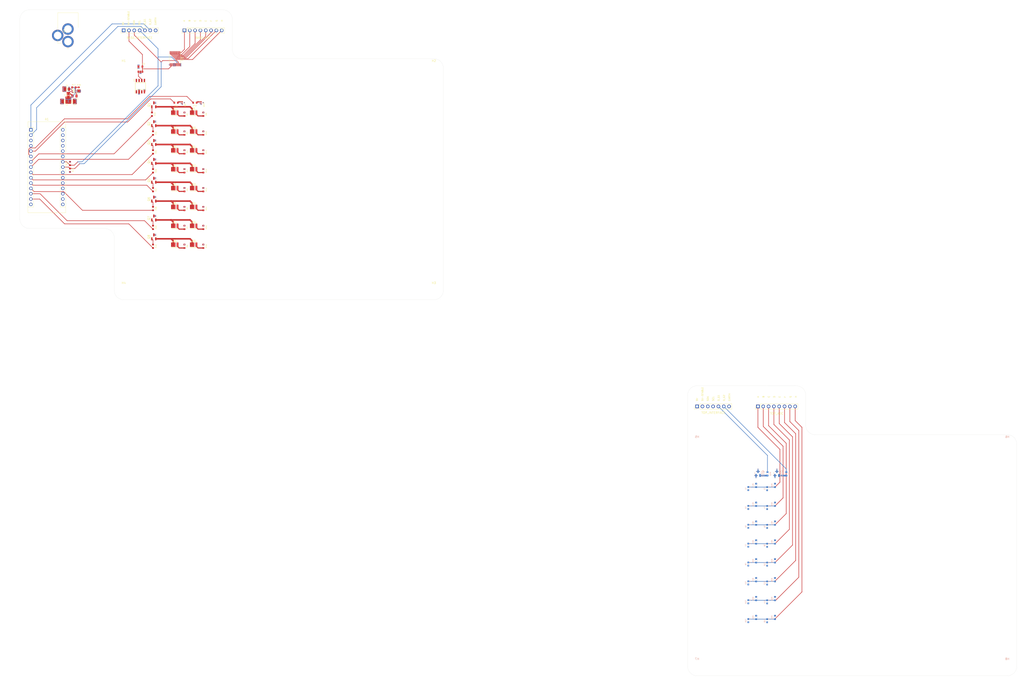
<source format=kicad_pcb>
(kicad_pcb (version 20211014) (generator pcbnew)
  (layers (0 "F.Cu" signal) (1 "In1.Cu" power "Earth") (2 "In2.Cu" power "Power") (31 "B.Cu" signal) (34 "B.Paste" user) (35 "F.Paste" user) (36 "B.SilkS" user "B.Silkscreen") (37 "F.SilkS" user "F.Silkscreen") (38 "B.Mask" user) (39 "F.Mask" user) (44 "Edge.Cuts" user))
  (net 0 "")
  (net 1 "D_G2")
  (net 2 "D_G1")
  (net 4 "Earth")
  (net 5 "G1")
  (net 6 "GA")
  (net 7 "GB")
  (net 8 "GC")
  (net 9 "GD")
  (net 10 "GE")
  (net 11 "GF")
  (net 12 "GG")
  (net 13 "GH")
  (net 22 "SDA")
  (net 23 "SCL")
  (net 28 "+5V")
  (net 29 "DA")
  (net 30 "Net-(D1-Pad2)")
  (net 31 "Net-(D2-Pad2)")
  (net 32 "DB")
  (net 33 "Net-(D3-Pad2)")
  (net 34 "Net-(D4-Pad2)")
  (net 35 "DC")
  (net 36 "Net-(D5-Pad2)")
  (net 37 "Net-(D6-Pad2)")
  (net 38 "DD")
  (net 39 "Net-(D7-Pad2)")
  (net 40 "Net-(D8-Pad2)")
  (net 41 "DE")
  (net 42 "Net-(D9-Pad2)")
  (net 43 "Net-(D10-Pad2)")
  (net 44 "DF")
  (net 45 "Net-(D11-Pad2)")
  (net 46 "Net-(D12-Pad2)")
  (net 47 "DG")
  (net 48 "Net-(D13-Pad2)")
  (net 49 "Net-(D14-Pad2)")
  (net 50 "DH")
  (net 51 "Net-(D15-Pad2)")
  (net 52 "Net-(D16-Pad2)")
  (net 53 "Net-(Q1-Pad1)")
  (net 54 "Net-(Q2-Pad1)")
  (net 55 "Net-(Q3-Pad1)")
  (net 56 "Net-(Q4-Pad1)")
  (net 57 "Net-(Q5-Pad1)")
  (net 58 "Net-(Q6-Pad1)")
  (net 59 "Net-(Q7-Pad1)")
  (net 60 "Net-(Q8-Pad1)")
  (net 61 "Net-(Q9-Pad1)")
  (net 62 "D1")
  (net 63 "Net-(Q10-Pad1)")
  (net 64 "D_D1")
  (net 65 "Net-(Q11-Pad1)")
  (net 66 "D_D2")
  (net 67 "D2")
  (net 68 "ADC_A")
  (net 69 "ADC_B")
  (net 70 "ADC_C")
  (net 71 "ADC_D")
  (net 72 "ADC_E")
  (net 73 "ADC_F")
  (net 74 "ADC_G")
  (net 75 "ADC_H")
  (net 76 "G2")
  (net 77 "Net-(Q12-Pad1)")
  (net 78 "SW")
  (net 79 "BST")
  (net 80 "+9V")
  (net 82 "FB")
  (net 86 "Net-(IC2-Pad6)")
  (net 89 "5VSTABLE")
  (net 90 "5VSTABLE_TOP")
  (net 91 "ADC_A_T")
  (net 92 "ADC_B_T")
  (net 93 "ADC_C_T")
  (net 94 "ADC_D_T")
  (net 95 "ADC_E_T")
  (net 96 "ADC_F_T")
  (net 97 "ADC_G_T")
  (net 98 "ADC_H_T")
  (net 99 "D_G1_T")
  (net 100 "D_G2_T")
  (net 101 "GND")
  (net 102 "9V_TOP")
  (net 103 "SDA_TOP")
  (net 104 "SCL_TOP")
  (footprint "Resistor_SMD:R_0603_1608Metric" (layer "F.Cu") (at 71.15 68.8 90)
    (fp_text reference "R48")
    (fp_text value "10k")
  )
  (footprint "Capacitor_SMD:C_0805_2012Metric" (layer "F.Cu") (at 65.6 68.8)
    (fp_text reference "C4")
    (fp_text value "10uF")
  )
  (footprint "Connector_PinHeader_2.54mm:PinHeader_1x08_P2.54mm_Vertical" (layer "F.Cu") (at 121.6 40.8 90)
    (fp_text reference "J3" hide)
    (fp_text value "BASE_ADC")
  )
  (footprint "MountingHole:MountingHole_2.5mm" (layer "F.Cu") (at 92.6 58.8)
    (fp_text reference "H1")
    (fp_text value "MountingHole")
  )
  (footprint "SamacSys_Parts:GRJTLPS123G7H4451150R33" (layer "F.Cu") (at 125.98 107.04)
    (fp_text reference "D12")
    (fp_text value "GR_JTLPS1.23-G7H4-45-1-150-R33" hide)
  )
  (footprint "SamacSys_Parts:GRJTLPS123G7H4451150R33" (layer "F.Cu") (at 125.98 98.04)
    (fp_text reference "D11")
    (fp_text value "GR_JTLPS1.23-G7H4-45-1-150-R33" hide)
  )
  (footprint "Resistor_SMD:R_0603_1608Metric" (layer "F.Cu") (at 121.6 134.8 -90)
    (fp_text reference "R7")
    (fp_text value "50")
  )
  (footprint "Resistor_SMD:R_0603_1608Metric" (layer "F.Cu") (at 106.6 98.8 -90)
    (fp_text reference "R35")
    (fp_text value "150")
  )
  (footprint "Capacitor_SMD:C_0805_2012Metric" (layer "F.Cu") (at 69.15 72.1)
    (fp_text reference "C1")
    (fp_text value "100nF" hide)
  )
  (footprint "Resistor_SMD:R_0603_1608Metric" (layer "F.Cu") (at 130.6 134.8 -90)
    (fp_text reference "R15")
    (fp_text value "50")
  )
  (footprint "Capacitor_SMD:C_0805_2012Metric" (layer "F.Cu") (at 67.95 74.7 180)
    (fp_text reference "C3")
    (fp_text value "22uF")
  )
  (footprint "Resistor_SMD:R_0603_1608Metric" (layer "F.Cu") (at 121.6 125.8 -90)
    (fp_text reference "R6")
    (fp_text value "50")
  )
  (footprint "Resistor_SMD:R_0603_1608Metric" (layer "F.Cu") (at 130.6 107.8 -90)
    (fp_text reference "R12")
    (fp_text value "50")
  )
  (footprint "MountingHole:MountingHole_2.5mm" (layer "F.Cu") (at 240.6 164.8)
    (fp_text reference "H3")
    (fp_text value "MountingHole")
  )
  (footprint "Resistor_SMD:R_0603_1608Metric" (layer "F.Cu") (at 106.6 134.8 -90)
    (fp_text reference "R39")
    (fp_text value "150")
  )
  (footprint "Resistor_SMD:R_0603_1608Metric" (layer "F.Cu") (at 130.6 125.8 -90)
    (fp_text reference "R14")
    (fp_text value "50")
  )
  (footprint "Resistor_SMD:R_0603_1608Metric" (layer "F.Cu") (at 130.6 80.8 -90)
    (fp_text reference "R9")
    (fp_text value "50")
  )
  (footprint "SamacSys_Parts:GRJTLPS123G7H4451150R33" (layer "F.Cu") (at 116.98 107.04)
    (fp_text reference "D4")
    (fp_text value "GR_JTLPS1.23-G7H4-45-1-150-R33" hide)
  )
  (footprint "SamacSys_Parts:GRJTLPS123G7H4451150R33" (layer "F.Cu") (at 116.98 134.04)
    (fp_text reference "D7")
    (fp_text value "GR_JTLPS1.23-G7H4-45-1-150-R33" hide)
  )
  (footprint "Package_SO:TSSOP-16_4.4x5mm_P0.65mm" (layer "F.Cu") (at 117.1 54.3 -90)
    (fp_text reference "U1")
    (fp_text value "ADS7828")
  )
  (footprint "SamacSys_Parts:GRJTLPS123G7H4451150R33" (layer "F.Cu") (at 116.98 143.04)
    (fp_text reference "D8")
    (fp_text value "GR_JTLPS1.23-G7H4-45-1-150-R33" hide)
  )
  (footprint "SamacSys_Parts:NTK3134NT5G" (layer "F.Cu") (at 121.1 75.3 -90)
    (fp_text reference "Q9")
    (fp_text value "NTK3134NT5G" hide)
  )
  (footprint "Package_TO_SOT_SMD:SOT-23" (layer "F.Cu") (at 106.98 85.3 90)
    (fp_text reference "Q2")
    (fp_text value "NXV75UP")
  )
  (footprint "SamacSys_Parts:INDPM2016X100N" (layer "F.Cu") (at 66.2 71.75 -90)
    (fp_text reference "L1")
    (fp_text value "3.3uH" hide)
  )
  (footprint "SamacSys_Parts:TA75S558FLF" (layer "F.Cu") (at 100.6 59.3)
    (fp_text reference "IC3")
    (fp_text value "TA75S558F,LF" hide)
  )
  (footprint "Resistor_SMD:R_0603_1608Metric" (layer "F.Cu") (at 121.6 107.8 -90)
    (fp_text reference "R4")
    (fp_text value "50")
  )
  (footprint "Connector_PinHeader_2.54mm:PinHeader_1x08_P2.54mm_Vertical" (layer "F.Cu") (at 395.2 220.2 90)
    (fp_text reference "J4" hide)
    (fp_text value "TOP_ADC")
  )
  (footprint "Resistor_SMD:R_0603_1608Metric" (layer "F.Cu") (at 106.6 125.8 -90)
    (fp_text reference "R38")
    (fp_text value "150")
  )
  (footprint "SamacSys_Parts:GRJTLPS123G7H4451150R33" (layer "F.Cu") (at 116.98 98.04)
    (fp_text reference "D3")
    (fp_text value "GR_JTLPS1.23-G7H4-45-1-150-R33" hide)
  )
  (footprint "Package_TO_SOT_SMD:SOT-23" (layer "F.Cu") (at 106.98 121.3 90)
    (fp_text reference "Q6")
    (fp_text value "NXV75UP")
  )
  (footprint "Resistor_SMD:R_0603_1608Metric" (layer "F.Cu") (at 106.6 89.8 -90)
    (fp_text reference "R34")
    (fp_text value "150")
  )
  (footprint "Resistor_SMD:R_0603_1608Metric" (layer "F.Cu") (at 106.6 116.8 -90)
    (fp_text reference "R37")
    (fp_text value "150")
  )
  (footprint "Resistor_SMD:R_0603_1608Metric" (layer "F.Cu") (at 67 107.525 -90)
    (fp_text reference "R45")
    (fp_text value "4.7k")
  )
  (footprint "Package_TO_SOT_SMD:SOT-23" (layer "F.Cu") (at 106.98 94.3 90)
    (fp_text reference "Q3")
    (fp_text value "NXV75UP")
  )
  (footprint "Resistor_SMD:R_0603_1608Metric" (layer "F.Cu") (at 126.6 75.3 180)
    (fp_text reference "R42")
    (fp_text value "150")
  )
  (footprint "Package_TO_SOT_SMD:SOT-23" (layer "F.Cu") (at 106.98 103.3 90)
    (fp_text reference "Q4")
    (fp_text value "NXV75UP")
  )
  (footprint "SamacSys_Parts:GRJTLPS123G7H4451150R33" (layer "F.Cu") (at 116.98 116.04)
    (fp_text reference "D5")
    (fp_text value "GR_JTLPS1.23-G7H4-45-1-150-R33" hide)
  )
  (footprint "Resistor_SMD:R_0603_1608Metric" (layer "F.Cu") (at 67 104.3 90)
    (fp_text reference "R44")
    (fp_text value "4.7k")
  )
  (footprint "Package_TO_SOT_SMD:SOT-23" (layer "F.Cu") (at 106.98 139.3 90)
    (fp_text reference "Q8")
    (fp_text value "NXV75UP")
  )
  (footprint "Resistor_SMD:R_0603_1608Metric" (layer "F.Cu") (at 117.6 75.3 180)
    (fp_text reference "R41")
    (fp_text value "150")
  )
  (footprint "Connector_PinHeader_2.54mm:PinHeader_1x07_P2.54mm_Vertical" (layer "F.Cu") (at 366.2 220.2 90)
    (fp_text reference "J5" hide)
    (fp_text value "TOP_INTERFACE")
  )
  (footprint "Resistor_SMD:R_0603_1608Metric" (layer "F.Cu") (at 106.6 107.8 -90)
    (fp_text reference "R36")
    (fp_text value "150")
  )
  (footprint "MountingHole:MountingHole_2.5mm" (layer "F.Cu") (at 240.6 58.8)
    (fp_text reference "H2")
    (fp_text value "MountingHole")
  )
  (footprint "SamacSys_Parts:GRJTLPS123G7H4451150R33" (layer "F.Cu") (at 125.98 89.04)
    (fp_text reference "D10")
    (fp_text value "GR_JTLPS1.23-G7H4-45-1-150-R33" hide)
  )
  (footprint "SamacSys_Parts:GRJTLPS123G7H4451150R33" (layer "F.Cu") (at 116.98 89.04)
    (fp_text reference "D2")
    (fp_text value "GR_JTLPS1.23-G7H4-45-1-150-R33" hide)
  )
  (footprint "SamacSys_Parts:GRJTLPS123G7H4451150R33" (layer "F.Cu") (at 125.98 116.04)
    (fp_text reference "D13")
    (fp_text value "GR_JTLPS1.23-G7H4-45-1-150-R33" hide)
  )
  (footprint "SamacSys_Parts:NTK3134NT5G" (layer "F.Cu") (at 130.1 75.3 -90)
    (fp_text reference "Q10")
    (fp_text value "NTK3134NT5G" hide)
  )
  (footprint "Capacitor_SMD:C_0805_2012Metric" (layer "F.Cu") (at 64.45 74.7)
    (fp_text reference "C2")
    (fp_text value "22uF")
  )
  (footprint "Resistor_SMD:R_0603_1608Metric" (layer "F.Cu") (at 121.6 98.8 -90)
    (fp_text reference "R3")
    (fp_text value "50")
  )
  (footprint "SamacSys_Parts:GRJTLPS123G7H4451150R33" (layer "F.Cu") (at 125.98 125.04)
    (fp_text reference "D14")
    (fp_text value "GR_JTLPS1.23-G7H4-45-1-150-R33" hide)
  )
  (footprint "SamacSys_Parts:GRJTLPS123G7H4451150R33" (layer "F.Cu") (at 125.98 80.04)
    (fp_text reference "D9")
    (fp_text value "GR_JTLPS1.23-G7H4-45-1-150-R33" hide)
  )
  (footprint "Resistor_SMD:R_0603_1608Metric" (layer "F.Cu") (at 121.6 89.8 -90)
    (fp_text reference "R2")
    (fp_text value "50")
  )
  (footprint "Resistor_SMD:R_0603_1608Metric" (layer "F.Cu") (at 130.6 116.8 -90)
    (fp_text reference "R13")
    (fp_text value "50")
  )
  (footprint "SamacSys_Parts:GRJTLPS123G7H4451150R33" (layer "F.Cu") (at 116.98 125.04)
    (fp_text reference "D6")
    (fp_text value "GR_JTLPS1.23-G7H4-45-1-150-R33" hide)
  )
  (footprint "Resistor_SMD:R_0603_1608Metric" (layer "F.Cu") (at 130.6 98.8 -90)
    (fp_text reference "R11")
    (fp_text value "50")
  )
  (footprint "Module:Arduino_Nano" (layer "F.Cu") (at 48.335028 88.25)
    (fp_text reference "A1")
    (fp_text value "Arduino_Nano_v3.x")
  )
  (footprint "MountingHole:MountingHole_2.5mm" (layer "F.Cu") (at 92.6 164.8)
    (fp_text reference "H4")
    (fp_text value "MountingHole")
  )
  (footprint "SamacSys_Parts:GRJTLPS123G7H4451150R33" (layer "F.Cu") (at 125.98 143.04)
    (fp_text reference "D16")
    (fp_text value "GR_JTLPS1.23-G7H4-45-1-150-R33" hide)
  )
  (footprint "Resistor_SMD:R_0603_1608Metric" (layer "F.Cu") (at 121.6 116.8 -90)
    (fp_text reference "R5")
    (fp_text value "50")
  )
  (footprint "Resistor_SMD:R_0603_1608Metric" (layer "F.Cu") (at 68.85 68 180)
    (fp_text reference "R47")
    (fp_text value "52.3k")
  )
  (footprint "SamacSys_Parts:SOTFL50P162X60-6N" (layer "F.Cu") (at 68.866 69.9)
    (fp_text reference "IC1")
    (fp_text value "AP62301Z6-7" hide)
  )
  (footprint "Resistor_SMD:R_0603_1608Metric" (layer "F.Cu") (at 121.6 80.8 -90)
    (fp_text reference "R1")
    (fp_text value "50")
  )
  (footprint "Connector_PinHeader_2.54mm:PinHeader_1x07_P2.54mm_Vertical" (layer "F.Cu") (at 92.6 40.8 90)
    (fp_text reference "J2" hide)
    (fp_text value "BASE_INTERFACE")
  )
  (footprint "Package_TO_SOT_SMD:SOT-23" (layer "F.Cu") (at 106.98 76.3 90)
    (fp_text reference "Q1")
    (fp_text value "NXV75UP")
  )
  (footprint "SamacSys_Parts:163179PHEX" (layer "F.Cu") (at 64.655 41 -90)
    (fp_text reference "J1")
    (fp_text value "163-179PH-EX" hide)
  )
  (footprint "Resistor_SMD:R_0603_1608Metric" (layer "F.Cu") (at 106.6 143.8 -90)
    (fp_text reference "R40")
    (fp_text value "150")
  )
  (footprint "SamacSys_Parts:GRJTLPS123G7H4451150R33" (layer "F.Cu") (at 116.98 80.04)
    (fp_text reference "D1")
    (fp_text value "GR_JTLPS1.23-G7H4-45-1-150-R33" hide)
  )
  (footprint "Resistor_SMD:R_0603_1608Metric" (layer "F.Cu") (at 121.6 143.8 -90)
    (fp_text reference "R8")
    (fp_text value "50")
  )
  (footprint "Resistor_SMD:R_0603_1608Metric" (layer "F.Cu") (at 130.6 89.8 -90)
    (fp_text reference "R10")
    (fp_text value "50")
  )
  (footprint "Package_TO_SOT_SMD:SOT-23" (layer "F.Cu") (at 106.98 130.3 90)
    (fp_text reference "Q7")
    (fp_text value "NXV75UP")
  )
  (footprint "SamacSys_Parts:SOIC127P600X175-8N" (layer "F.Cu") (at 100.6 67.4 90)
    (fp_text reference "IC2")
    (fp_text value "ADR4550BRZ" hide)
  )
  (footprint "Package_TO_SOT_SMD:SOT-23" (layer "F.Cu") (at 106.98 112.3 90)
    (fp_text reference "Q5")
    (fp_text value "NXV75UP")
  )
  (footprint "Resistor_SMD:R_0603_1608Metric" (layer "F.Cu") (at 106.1 80.8 -90)
    (fp_text reference "R33")
    (fp_text value "150")
  )
  (footprint "SamacSys_Parts:GRJTLPS123G7H4451150R33" (layer "F.Cu") (at 125.98 134.04)
    (fp_text reference "D15")
    (fp_text value "GR_JTLPS1.23-G7H4-45-1-150-R33" hide)
  )
  (footprint "Resistor_SMD:R_0603_1608Metric" (layer "F.Cu") (at 130.6 143.8 -90)
    (fp_text reference "R16")
    (fp_text value "50")
  )
  (footprint "Resistor_SMD:R_0603_1608Metric" (layer "B.Cu") (at 394.3405 257.875 -90)
    (fp_text reference "R17")
    (fp_text value "3k3")
  )
  (footprint "MountingHole:MountingHole_2.5mm" (layer "B.Cu") (at 366.2 238.2 180)
    (fp_text reference "H5")
    (fp_text value "MountingHole")
  )
  (footprint "Resistor_SMD:R_0603_1608Metric" (layer "B.Cu") (at 394.3405 266.875 -90)
    (fp_text reference "R19")
    (fp_text value "3k3")
  )
  (footprint "SamacSys_Parts:KDT00030TR" (layer "B.Cu") (at 399.6 322.44 -90)
    (fp_text reference "T16")
    (fp_text value "KDT00030TR" hide)
  )
  (footprint "SamacSys_Parts:KDT00030TR" (layer "B.Cu") (at 399.6 286.44 -90)
    (fp_text reference "T8")
    (fp_text value "KDT00030TR" hide)
  )
  (footprint "Resistor_SMD:R_0603_1608Metric" (layer "B.Cu") (at 394.3405 275.875 -90)
    (fp_text reference "R21")
    (fp_text value "3k3")
  )
  (footprint "Resistor_SMD:R_0603_1608Metric" (layer "B.Cu") (at 394.3405 284.875 -90)
    (fp_text reference "R23")
    (fp_text value "3k3")
  )
  (footprint "Resistor_SMD:R_0603_1608Metric" (layer "B.Cu") (at 403.3405 284.875 -90)
    (fp_text reference "R24")
    (fp_text value "3k3")
  )
  (footprint "Resistor_SMD:R_0603_1608Metric" (layer "B.Cu") (at 403.3405 302.875 -90)
    (fp_text reference "R28")
    (fp_text value "3k3")
  )
  (footprint "Resistor_SMD:R_0603_1608Metric" (layer "B.Cu") (at 408.75 252.375 90)
    (fp_text reference "R46")
    (fp_text value "150")
  )
  (footprint "MountingHole:MountingHole_2.5mm" (layer "B.Cu") (at 514.2 238.2 180)
    (fp_text reference "H6")
    (fp_text value "MountingHole")
  )
  (footprint "SamacSys_Parts:KDT00030TR" (layer "B.Cu") (at 399.6 295.44 -90)
    (fp_text reference "T10")
    (fp_text value "KDT00030TR" hide)
  )
  (footprint "Resistor_SMD:R_0603_1608Metric" (layer "B.Cu") (at 394.3405 311.875 -90)
    (fp_text reference "R29")
    (fp_text value "3k3")
  )
  (footprint "Package_TO_SOT_SMD:SOT-23" (layer "B.Cu") (at 404.25 252.2 90)
    (fp_text reference "Q12")
    (fp_text value "NXV75UP")
  )
  (footprint "SamacSys_Parts:KDT00030TR" (layer "B.Cu") (at 399.6 268.44 -90)
    (fp_text reference "T4")
    (fp_text value "KDT00030TR" hide)
  )
  (footprint "SamacSys_Parts:KDT00030TR" (layer "B.Cu") (at 390.6 313.4 -90)
    (fp_text reference "T13")
    (fp_text value "KDT00030TR" hide)
  )
  (footprint "Resistor_SMD:R_0603_1608Metric" (layer "B.Cu") (at 403.3405 293.875 -90)
    (fp_text reference "R26")
    (fp_text value "3k3")
  )
  (footprint "SamacSys_Parts:KDT00030TR" (layer "B.Cu") (at 390.6 295.4 -90)
    (fp_text reference "T9")
    (fp_text value "KDT00030TR" hide)
  )
  (footprint "SamacSys_Parts:KDT00030TR" (layer "B.Cu") (at 390.6 286.4 -90)
    (fp_text reference "T7")
    (fp_text value "KDT00030TR" hide)
  )
  (footprint "Resistor_SMD:R_0603_1608Metric" (layer "B.Cu") (at 399.75 252.375 90)
    (fp_text reference "R43")
    (fp_text value "150")
  )
  (footprint "SamacSys_Parts:KDT00030TR" (layer "B.Cu") (at 399.6 304.44 -90)
    (fp_text reference "T12")
    (fp_text value "KDT00030TR" hide)
  )
  (footprint "MountingHole:MountingHole_2.5mm" (layer "B.Cu") (at 366.2 344.2 180)
    (fp_text reference "H7")
    (fp_text value "MountingHole")
  )
  (footprint "Resistor_SMD:R_0603_1608Metric" (layer "B.Cu") (at 403.3405 275.875 -90)
    (fp_text reference "R22")
    (fp_text value "3k3")
  )
  (footprint "SamacSys_Parts:KDT00030TR" (layer "B.Cu") (at 399.6 259.44 -90)
    (fp_text reference "T2")
    (fp_text value "KDT00030TR" hide)
  )
  (footprint "SamacSys_Parts:KDT00030TR" (layer "B.Cu") (at 399.6 277.44 -90)
    (fp_text reference "T6")
    (fp_text value "KDT00030TR" hide)
  )
  (footprint "Resistor_SMD:R_0603_1608Metric" (layer "B.Cu") (at 403.3405 266.875 -90)
    (fp_text reference "R20")
    (fp_text value "3k3")
  )
  (footprint "SamacSys_Parts:KDT00030TR" (layer "B.Cu") (at 390.6 268.4 -90)
    (fp_text reference "T3")
    (fp_text value "KDT00030TR" hide)
  )
  (footprint "SamacSys_Parts:KDT00030TR" (layer "B.Cu") (at 390.6 277.4 -90)
    (fp_text reference "T5")
    (fp_text value "KDT00030TR" hide)
  )
  (footprint "Resistor_SMD:R_0603_1608Metric" (layer "B.Cu") (at 403.3405 257.875 -90)
    (fp_text reference "R18")
    (fp_text value "3k3")
  )
  (footprint "SamacSys_Parts:KDT00030TR" (layer "B.Cu") (at 399.6 313.44 -90)
    (fp_text reference "T14")
    (fp_text value "KDT00030TR" hide)
  )
  (footprint "Resistor_SMD:R_0603_1608Metric" (layer "B.Cu") (at 394.3405 293.875 -90)
    (fp_text reference "R25")
    (fp_text value "3k3")
  )
  (footprint "SamacSys_Parts:KDT00030TR" (layer "B.Cu") (at 390.6 259.4 -90)
    (fp_text reference "T1")
    (fp_text value "KDT00030TR" hide)
  )
  (footprint "Resistor_SMD:R_0603_1608Metric" (layer "B.Cu") (at 403.3405 311.875 -90)
    (fp_text reference "R30")
    (fp_text value "3k3")
  )
  (footprint "SamacSys_Parts:KDT00030TR" (layer "B.Cu") (at 390.6 322.4 -90)
    (fp_text reference "T15")
    (fp_text value "KDT00030TR" hide)
  )
  (footprint "MountingHole:MountingHole_2.5mm" (layer "B.Cu") (at 514.2 344.2 180)
    (fp_text reference "H8")
    (fp_text value "MountingHole")
  )
  (footprint "Resistor_SMD:R_0603_1608Metric" (layer "B.Cu") (at 394.3405 302.875 -90)
    (fp_text reference "R27")
    (fp_text value "3k3")
  )
  (footprint "Resistor_SMD:R_0603_1608Metric" (layer "B.Cu") (at 394.3405 320.875 -90)
    (fp_text reference "R31")
    (fp_text value "3k3")
  )
  (footprint "Package_TO_SOT_SMD:SOT-23" (layer "B.Cu") (at 395.25 252.2 90)
    (fp_text reference "Q11")
    (fp_text value "NXV75UP")
  )
  (footprint "Resistor_SMD:R_0603_1608Metric" (layer "B.Cu") (at 403.3405 320.875 -90)
    (fp_text reference "R32")
    (fp_text value "3k3")
  )
  (footprint "SamacSys_Parts:KDT00030TR" (layer "B.Cu") (at 390.6 304.4 -90)
    (fp_text reference "T11")
    (fp_text value "KDT00030TR" hide)
  )
  (gr_line (start 245.1 164.8) (end 245.1 58.8) (layer "Edge.Cuts") (width 0.05))
  (gr_line (start 418.033502 229.2) (end 418.018019 214.85) (layer "Edge.Cuts") (width 0.05))
  (gr_line (start 139.918019 30.981981) (end 47.6 30.981981) (layer "Edge.Cuts") (width 0.05))
  (gr_arc (start 245.1 164.8) (mid 243.781981 167.981981) (end 240.6 169.3) (layer "Edge.Cuts") (width 0.05))
  (gr_line (start 514.2 233.7) (end 422.533502 233.7) (layer "Edge.Cuts") (width 0.05))
  (gr_line (start 240.6 54.3) (end 148.933502 54.3) (layer "Edge.Cuts") (width 0.05))
  (gr_line (start 92.6 169.3) (end 240.6 169.3) (layer "Edge.Cuts") (width 0.05))
  (gr_arc (start 47.6 135.3) (mid 44.418019 133.981981) (end 43.1 130.8) (layer "Edge.Cuts") (width 0.05))
  (gr_arc (start 514.2 233.7) (mid 517.381981 235.018019) (end 518.7 238.2) (layer "Edge.Cuts") (width 0.05))
  (gr_arc (start 240.6 54.3) (mid 243.781981 55.618019) (end 245.1 58.8) (layer "Edge.Cuts") (width 0.05))
  (gr_arc (start 92.6 169.3) (mid 89.418019 167.981981) (end 88.1 164.8) (layer "Edge.Cuts") (width 0.05))
  (gr_line (start 361.7 214.840991) (end 361.7 344.2) (layer "Edge.Cuts") (width 0.05))
  (gr_line (start 47.6 135.3) (end 83.6 135.3) (layer "Edge.Cuts") (width 0.05))
  (gr_arc (start 43.1 35.481981) (mid 44.418019 32.3) (end 47.6 30.981981) (layer "Edge.Cuts") (width 0.05))
  (gr_arc (start 422.533502 233.7) (mid 419.35152 232.381981) (end 418.033502 229.2) (layer "Edge.Cuts") (width 0.05))
  (gr_arc (start 139.918019 30.981981) (mid 143.1 32.3) (end 144.418019 35.481981) (layer "Edge.Cuts") (width 0.05))
  (gr_line (start 366.2 348.7) (end 514.2 348.7) (layer "Edge.Cuts") (width 0.05))
  (gr_arc (start 518.7 344.2) (mid 517.381981 347.381981) (end 514.2 348.7) (layer "Edge.Cuts") (width 0.05))
  (gr_line (start 518.7 344.2) (end 518.7 238.2) (layer "Edge.Cuts") (width 0.05))
  (gr_arc (start 148.933502 54.3) (mid 145.751521 52.981981) (end 144.433502 49.8) (layer "Edge.Cuts") (width 0.05))
  (gr_line (start 43.1 35.481981) (end 43.1 130.8) (layer "Edge.Cuts") (width 0.05))
  (gr_arc (start 83.6 135.3) (mid 86.781981 136.618019) (end 88.1 139.8) (layer "Edge.Cuts") (width 0.05))
  (gr_arc (start 413.518019 210.35) (mid 416.699994 211.668025) (end 418.018019 214.85) (layer "Edge.Cuts") (width 0.05))
  (gr_arc (start 361.7 214.840991) (mid 363.018019 211.65901) (end 366.2 210.340991) (layer "Edge.Cuts") (width 0.05))
  (gr_line (start 144.433502 49.8) (end 144.418019 35.481981) (layer "Edge.Cuts") (width 0.05))
  (gr_arc (start 366.2 348.7) (mid 363.018019 347.381981) (end 361.7 344.2) (layer "Edge.Cuts") (width 0.05))
  (gr_line (start 413.518019 210.35) (end 366.2 210.340991) (layer "Edge.Cuts") (width 0.05))
  (gr_line (start 88.1 139.8) (end 88.1 164.8) (layer "Edge.Cuts") (width 0.05))
  (gr_text "9V\n\n5V-STABLE\n\nSDA\n\nSCL\n\nD_G1\n\nD_G2\n\nEARTH" (at 100.1 38.3 90) (layer "F.SilkS") (effects (font (size 0.8 0.8)) (justify left)))
  (gr_text "A\n\nB\n\nC\n\nD\n\nE\n\nF\n\nG\n\nH\n" (at 404.3 216.1 90) (layer "F.SilkS") (effects (font (size 0.8 0.8)) (justify left)))
  (gr_text "A\n\nB\n\nC\n\nD\n\nE\n\nF\n\nG\n\nH" (at 130.6 40.8 90) (layer "F.SilkS") (effects (font (size 0.8 0.8)) (justify left)))
  (gr_text "9V\n\n5V-STABLE\n\nSDA\n\nSCL\n\nD_G1\n\nD_G2\n\nEARTH" (at 373.9 217.7 90) (layer "F.SilkS") (effects (font (size 0.8 0.8)) (justify left)))
  (gr_text "A\n\nB\n\nC\n\nD\n\nE\n\nF\n\nG\n\nH\n" (at 130.5 36.7 90) (layer "F.SilkS") (effects (font (size 0.8 0.8)) (justify left)))
  (segment (start 48.335028 76.419972) (end 87.055 37.7) (width 0.254) (layer "B.Cu") (net 1))
  (segment (start 48.335028 88.25) (end 48.335028 76.419972) (width 0.254) (layer "B.Cu") (net 1))
  (segment (start 102.2 37.7) (end 105.3 40.8) (width 0.254) (layer "B.Cu") (net 1))
  (segment (start 87.055 37.7) (end 102.2 37.7) (width 0.254) (layer "B.Cu") (net 1))
  (segment (start 100.86 38.9) (end 102.76 40.8) (width 0.254) (layer "B.Cu") (net 2))
  (segment (start 89.855 38.9) (end 100.86 38.9) (width 0.254) (layer "B.Cu") (net 2))
  (segment (start 48.335028 90.79) (end 51.055 88.070028) (width 0.254) (layer "B.Cu") (net 2))
  (segment (start 51.055 77.7) (end 89.855 38.9) (width 0.254) (layer "B.Cu") (net 2))
  (segment (start 51.055 88.070028) (end 51.055 77.7) (width 0.254) (layer "B.Cu") (net 2))
  (segment (start 116.1625 57.2) (end 116.125 57.1625) (width 0.254) (layer "F.Cu") (net 4))
  (segment (start 129.555 75.755) (end 129.61 75.7) (width 0.254) (layer "F.Cu") (net 4))
  (segment (start 117.055 57.2) (end 116.8125 57.2) (width 0.254) (layer "F.Cu") (net 4))
  (segment (start 102.3 69.907) (end 102.505 70.112) (width 0.254) (layer "F.Cu") (net 4))
  (segment (start 120.555 75.755) (end 120.61 75.7) (width 0.254) (layer "F.Cu") (net 4))
  (segment (start 116.7375 57.2) (end 116.775 57.1625) (width 0.254) (layer "F.Cu") (net 4))
  (segment (start 116.455 57.2) (end 116.7375 57.2) (width 0.254) (layer "F.Cu") (net 4))
  (segment (start 117.055 56.7925) (end 117.425 57.1625) (width 0.254) (layer "F.Cu") (net 4))
  (segment (start 68.6 70.4) (end 68.032 70.4) (width 0.254) (layer "F.Cu") (net 4))
  (segment (start 117.055 57.7) (end 117.055 57.4425) (width 0.254) (layer "F.Cu") (net 4))
  (segment (start 114.7875 57.2) (end 114.825 57.1625) (width 0.254) (layer "F.Cu") (net 4))
  (segment (start 102.8 69.817) (end 102.505 70.112) (width 0.254) (layer "F.Cu") (net 4))
  (segment (start 120.555 76.1) (end 120.555 75.755) (width 0.254) (layer "F.Cu") (net 4))
  (segment (start 114.355 57.2) (end 114.7875 57.2) (width 0.254) (layer "F.Cu") (net 4))
  (segment (start 116.8125 57.2) (end 116.775 57.1625) (width 0.254) (layer "F.Cu") (net 4))
  (segment (start 116.455 56.8325) (end 116.125 57.1625) (width 0.254) (layer "F.Cu") (net 4))
  (segment (start 117.055 56.7) (end 117.055 56.7925) (width 0.254) (layer "F.Cu") (net 4))
  (segment (start 100.855 61.4) (end 100.855 60.755) (width 0.254) (layer "F.Cu") (net 4))
  (segment (start 100.355 61.4) (end 100.355 60.745) (width 0.254) (layer "F.Cu") (net 4))
  (segment (start 117.055 57.2) (end 117.3875 57.2) (width 0.254) (layer "F.Cu") (net 4))
  (segment (start 100.855 60.755) (end 100.6 60.5) (width 0.254) (layer "F.Cu") (net 4))
  (segment (start 116.455 56.8425) (end 116.775 57.1625) (width 0.254) (layer "F.Cu") (net 4))
  (segment (start 102.8 69) (end 102.8 69.817) (width 0.254) (layer "F.Cu") (net 4))
  (segment (start 116.455 57.7) (end 116.455 57.4925) (width 0.254) (layer "F.Cu") (net 4))
  (segment (start 100.355 60.745) (end 100.6 60.5) (width 0.254) (layer "F.Cu") (net 4))
  (segment (start 117.3875 57.2) (end 117.425 57.1625) (width 0.254) (layer "F.Cu") (net 4))
  (segment (start 129.055 75.7) (end 129.61 75.7) (width 0.254) (layer "F.Cu") (net 4))
  (segment (start 117.055 56.7) (end 117.055 56.8825) (width 0.254) (layer "F.Cu") (net 4))
  (segment (start 102.3 69) (end 102.3 69.907) (width 0.254) (layer "F.Cu") (net 4))
  (segment (start 129.555 76.1) (end 129.555 75.755) (width 0.254) (layer "F.Cu") (net 4))
  (segment (start 120.055 75.7) (end 120.61 75.7) (width 0.254) (layer "F.Cu") (net 4))
  (segment (start 117.055 57.7) (end 117.055 57.5325) (width 0.254) (layer "F.Cu") (net 4))
  (segment (start 117.055 57.5325) (end 117.425 57.1625) (width 0.254) (layer "F.Cu") (net 4))
  (segment (start 117.055 57.4425) (end 116.775 57.1625) (width 0.254) (layer "F.Cu") (net 4))
  (segment (start 116.455 56.7) (end 116.455 56.8425) (width 0.254) (layer "F.Cu") (net 4))
  (segment (start 116.455 56.7) (end 116.455 56.8325) (width 0.254) (layer "F.Cu") (net 4))
  (segment (start 117.055 56.8825) (end 116.775 57.1625) (width 0.254) (layer "F.Cu") (net 4))
  (segment (start 116.455 57.4825) (end 116.775 57.1625) (width 0.254) (layer "F.Cu") (net 4))
  (segment (start 116.455 57.4925) (end 116.125 57.1625) (width 0.254) (layer "F.Cu") (net 4))
  (segment (start 116.455 57.2) (end 116.1625 57.2) (width 0.254) (layer "F.Cu") (net 4))
  (segment (start 116.455 57.7) (end 116.455 57.4825) (width 0.254) (layer "F.Cu") (net 4))
  (via (at 63.6 73.6) (size 0.4572) (drill 0.2286) (layers "F.Cu" "B.Cu") (net 4))
  (via (at 70.4 69.4) (size 0.4572) (drill 0.2286) (layers "F.Cu" "B.Cu") (net 4))
  (via (at 72 70) (size 0.4572) (drill 0.2286) (layers "F.Cu" "B.Cu") (net 4))
  (via (at 102.3 69) (size 0.4572) (drill 0.2286) (layers "F.Cu" "B.Cu") (net 4))
  (via (at 64.2 69.9) (size 0.4572) (drill 0.2286) (layers "F.Cu" "B.Cu") (net 4))
  (via (at 70 74) (size 0.4572) (drill 0.2286) (layers "F.Cu" "B.Cu") (net 4))
  (via (at 69.6 75.8) (size 0.4572) (drill 0.2286) (layers "F.Cu" "B.Cu") (net 4))
  (via (at 63 75.8) (size 0.4572) (drill 0.2286) (layers "F.Cu" "B.Cu") (net 4))
  (via (at 63.8 68.3) (size 0.4572) (drill 0.2286) (layers "F.Cu" "B.Cu") (net 4))
  (via (at 100.855 61.4) (size 0.4572) (drill 0.2286) (layers "F.Cu" "B.Cu") (net 4))
  (via (at 63.6 75.8) (size 0.4572) (drill 0.2286) (layers "F.Cu" "B.Cu") (net 4))
  (via (at 100.355 61.4) (size 0.4572) (drill 0.2286) (layers "F.Cu" "B.Cu") (net 4))
  (via (at 69 75.8) (size 0.4572) (drill 0.2286) (layers "F.Cu" "B.Cu") (net 4))
  (via (at 116.455 56.7) (size 0.4572) (drill 0.2286) (layers "F.Cu" "B.Cu") (net 4))
  (via (at 62.6 74.8) (size 0.4572) (drill 0.2286) (layers "F.Cu" "B.Cu") (net 4))
  (via (at 62.6 74.2) (size 0.4572) (drill 0.2286) (layers "F.Cu" "B.Cu") (net 4))
  (via (at 70 74.6) (size 0.4572) (drill 0.2286) (layers "F.Cu" "B.Cu") (net 4))
  (via (at 117.055 56.7) (size 0.4572) (drill 0.2286) (layers "F.Cu" "B.Cu") (net 4))
  (via (at 63.8 69.5) (size 0.4572) (drill 0.2286) (layers "F.Cu" "B.Cu") (net 4))
  (via (at 70 75.2) (size 0.4572) (drill 0.2286) (layers "F.Cu" "B.Cu") (net 4))
  (via (at 69 73.6) (size 0.4572) (drill 0.2286) (layers "F.Cu" "B.Cu") (net 4))
  (via (at 129.055 75.7) (size 0.4572) (drill 0.2286) (layers "F.Cu" "B.Cu") (net 4))
  (via (at 114.355 57.2) (size 0.4572) (drill 0.2286) (layers "F.Cu" "B.Cu") (net 4))
  (via (at 64.8 69.9) (size 0.4572) (drill 0.2286) (layers "F.Cu" "B.Cu") (net 4))
  (via (at 117.055 57.2) (size 0.4572) (drill 0.2286) (layers "F.Cu" "B.Cu") (net 4))
  (via (at 63 73.6) (size 0.4572) (drill 0.2286) (layers "F.Cu" "B.Cu") (net 4))
  (via (at 116.455 57.2) (size 0.4572) (drill 0.2286) (layers "F.Cu" "B.Cu") (net 4))
  (via (at 129.555 76.1) (size 0.4572) (drill 0.2286) (layers "F.Cu" "B.Cu") (net 4))
  (via (at 70.4 70) (size 0.4572) (drill 0.2286) (layers "F.Cu" "B.Cu") (net 4))
  (via (at 71.5 70.4) (size 0.4572) (drill 0.2286) (layers "F.Cu" "B.Cu") (net 4))
  (via (at 116.455 57.7) (size 0.4572) (drill 0.2286) (layers "F.Cu" "B.Cu") (net 4))
  (via (at 63.8 68.9) (size 0.4572) (drill 0.2286) (layers "F.Cu" "B.Cu") (net 4))
  (via (at 120.555 76.1) (size 0.4572) (drill 0.2286) (layers "F.Cu" "B.Cu") (net 4))
  (via (at 69.6 73.6) (size 0.4572) (drill 0.2286) (layers "F.Cu" "B.Cu") (net 4))
  (via (at 120.055 75.7) (size 0.4572) (drill 0.2286) (layers "F.Cu" "B.Cu") (net 4))
  (via (at 64.2 67.7) (size 0.4572) (drill 0.2286) (layers "F.Cu" "B.Cu") (net 4))
  (via (at 68.6 70.4) (size 0.4572) (drill 0.2286) (layers "F.Cu" "B.Cu") (net 4))
  (via (at 62.6 75.4) (size 0.4572) (drill 0.2286) (layers "F.Cu" "B.Cu") (net 4))
  (via (at 117.055 57.7) (size 0.4572) (drill 0.2286) (layers "F.Cu" "B.Cu") (net 4))
  (via (at 70.9 70.4) (size 0.4572) (drill 0.2286) (layers "F.Cu" "B.Cu") (net 4))
  (via (at 72 69.4) (size 0.4572) (drill 0.2286) (layers "F.Cu" "B.Cu") (net 4))
  (via (at 102.8 69) (size 0.4572) (drill 0.2286) (layers "F.Cu" "B.Cu") (net 4))
  (via (at 64.8 67.7) (size 0.4572) (drill 0.2286) (layers "F.Cu" "B.Cu") (net 4))
  (segment (start 114.975 73.5) (end 116.775 75.3) (width 0.254) (layer "F.Cu") (net 5))
  (segment (start 94.5 84.5) (end 105.5 73.5) (width 0.254) (layer "F.Cu") (net 5))
  (segment (start 48.335028 98.41) (end 50.49 98.41) (width 0.254) (layer "F.Cu") (net 5))
  (segment (start 50.49 98.41) (end 64.4 84.5) (width 0.254) (layer "F.Cu") (net 5))
  (segment (start 105.5 73.5) (end 114.975 73.5) (width 0.254) (layer "F.Cu") (net 5))
  (segment (start 64.4 84.5) (end 94.5 84.5) (width 0.254) (layer "F.Cu") (net 5))
  (segment (start 48.335028 103.49) (end 52.125028 99.7) (width 0.254) (layer "F.Cu") (net 6))
  (segment (start 88.025 99.7) (end 106.1 81.625) (width 0.254) (layer "F.Cu") (net 6))
  (segment (start 52.125028 99.7) (end 88.025 99.7) (width 0.254) (layer "F.Cu") (net 6))
  (segment (start 48.335028 106.03) (end 52.065028 102.3) (width 0.254) (layer "F.Cu") (net 7))
  (segment (start 52.065028 102.3) (end 94.925 102.3) (width 0.254) (layer "F.Cu") (net 7))
  (segment (start 94.925 102.3) (end 106.6 90.625) (width 0.254) (layer "F.Cu") (net 7))
  (segment (start 96.639589 109.585411) (end 106.6 99.625) (width 0.254) (layer "F.Cu") (net 8))
  (segment (start 48.335028 108.57) (end 49.350439 109.585411) (width 0.254) (layer "F.Cu") (net 8))
  (segment (start 49.350439 109.585411) (end 96.639589 109.585411) (width 0.254) (layer "F.Cu") (net 8))
  (segment (start 49.350439 112.125411) (end 103.099589 112.125411) (width 0.254) (layer "F.Cu") (net 9))
  (segment (start 103.099589 112.125411) (end 106.6 108.625) (width 0.254) (layer "F.Cu") (net 9))
  (segment (start 48.335028 111.11) (end 49.350439 112.125411) (width 0.254) (layer "F.Cu") (net 9))
  (segment (start 48.335028 113.65) (end 49.350439 114.665411) (width 0.254) (layer "F.Cu") (net 10))
  (segment (start 103.640411 114.665411) (end 106.6 117.625) (width 0.254) (layer "F.Cu") (net 10))
  (segment (start 49.350439 114.665411) (end 103.640411 114.665411) (width 0.254) (layer "F.Cu") (net 10))
  (segment (start 49.859617 117.714589) (end 63.995626 117.714589) (width 0.254) (layer "F.Cu") (net 11))
  (segment (start 48.335028 116.19) (end 49.859617 117.714589) (width 0.254) (layer "F.Cu") (net 11))
  (segment (start 72.906037 126.625) (end 106.6 126.625) (width 0.254) (layer "F.Cu") (net 11))
  (segment (start 63.995626 117.714589) (end 72.906037 126.625) (width 0.254) (layer "F.Cu") (net 11))
  (segment (start 48.335028 118.73) (end 52.73 118.73) (width 0.254) (layer "F.Cu") (net 12))
  (segment (start 52.73 118.73) (end 65.6 131.6) (width 0.254) (layer "F.Cu") (net 12))
  (segment (start 102.575 131.6) (end 106.6 135.625) (width 0.254) (layer "F.Cu") (net 12))
  (segment (start 65.6 131.6) (end 102.575 131.6) (width 0.254) (layer "F.Cu") (net 12))
  (segment (start 52.57 121.27) (end 64.4 133.1) (width 0.254) (layer "F.Cu") (net 13))
  (segment (start 95.075 133.1) (end 106.6 144.625) (width 0.254) (layer "F.Cu") (net 13))
  (segment (start 48.335028 121.27) (end 52.57 121.27) (width 0.254) (layer "F.Cu") (net 13))
  (segment (start 64.4 133.1) (end 95.075 133.1) (width 0.254) (layer "F.Cu") (net 13))
  (segment (start 111.2 55.2) (end 117.955 55.2) (width 0.254) (layer "F.Cu") (net 22))
  (segment (start 97.68 43.08) (end 97.68 40.8) (width 0.254) (layer "F.Cu") (net 22))
  (segment (start 118.725 55.97) (end 118.725 57.1625) (width 0.254) (layer "F.Cu") (net 22))
  (segment (start 110.5 55.9) (end 97.68 43.08) (width 0.254) (layer "F.Cu") (net 22))
  (segment (start 117.955 55.2) (end 118.725 55.97) (width 0.254) (layer "F.Cu") (net 22))
  (segment (start 63.575028 106.03) (end 66.33 106.03) (width 0.254) (layer "F.Cu") (net 22))
  (segment (start 110.5 55.9) (end 111.2 55.2) (width 0.254) (layer "F.Cu") (net 22))
  (segment (start 69.3 106.7) (end 67 106.7) (width 0.254) (layer "F.Cu") (net 22))
  (segment (start 66.33 106.03) (end 67 106.7) (width 0.254) (layer "F.Cu") (net 22))
  (segment (start 71.6 104.4) (end 69.3 106.7) (width 0.254) (layer "F.Cu") (net 22))
  (via (at 110.5 55.9) (size 0.4572) (drill 0.2286) (layers "F.Cu" "B.Cu") (net 22))
  (via (at 71.6 104.4) (size 0.4572) (drill 0.2286) (layers "F.Cu" "B.Cu") (net 22))
  (segment (start 71.6 104.4) (end 73.755 104.4) (width 0.254) (layer "B.Cu") (net 22))
  (segment (start 110.5 67.655) (end 110.5 55.9) (width 0.254) (layer "B.Cu") (net 22))
  (segment (start 73.755 104.4) (end 110.5 67.655) (width 0.254) (layer "B.Cu") (net 22))
  (segment (start 118.1 57.1375) (end 118.075 57.1625) (width 0.254) (layer "F.Cu") (net 23))
  (segment (start 118.1 56.1) (end 118.1 57.1375) (width 0.254) (layer "F.Cu") (net 23))
  (segment (start 63.575028 103.49) (end 65.365 103.49) (width 0.254) (layer "F.Cu") (net 23))
  (segment (start 67 105.125) (end 69.075 105.125) (width 0.254) (layer "F.Cu") (net 23))
  (segment (start 69.075 105.125) (end 70.7 103.5) (width 0.254) (layer "F.Cu") (net 23))
  (segment (start 65.365 103.49) (end 67 105.125) (width 0.254) (layer "F.Cu") (net 23))
  (via (at 70.7 103.5) (size 0.4572) (drill 0.2286) (layers "F.Cu" "B.Cu") (net 23))
  (via (at 118.1 56.1) (size 0.4572) (drill 0.2286) (layers "F.Cu" "B.Cu") (net 23))
  (segment (start 72.755 103.5) (end 109 67.255) (width 0.254) (layer "B.Cu") (net 23))
  (segment (start 109 67.255) (end 109 53.5) (width 0.254) (layer "B.Cu") (net 23))
  (segment (start 118.1 56.0725) (end 115.5275 53.5) (width 0.254) (layer "B.Cu") (net 23))
  (segment (start 118.1 56.1) (end 118.1 56.0725) (width 0.254) (layer "B.Cu") (net 23))
  (segment (start 109 49.58) (end 100.22 40.8) (width 0.254) (layer "B.Cu") (net 23))
  (segment (start 115.5275 53.5) (end 109 53.5) (width 0.254) (layer "B.Cu") (net 23))
  (segment (start 70.7 103.5) (end 72.755 103.5) (width 0.254) (layer "B.Cu") (net 23))
  (segment (start 109 53.5) (end 109 49.58) (width 0.254) (layer "B.Cu") (net 23))
  (segment (start 119.8375 56.7) (end 119.375 57.1625) (width 0.254) (layer "F.Cu") (net 28))
  (segment (start 119.855 57.2) (end 119.4125 57.2) (width 0.254) (layer "F.Cu") (net 28))
  (segment (start 119.4125 57.2) (end 119.375 57.1625) (width 0.254) (layer "F.Cu") (net 28))
  (segment (start 107.855 111.6) (end 107.2175 111.6) (width 0.254) (layer "F.Cu") (net 28))
  (segment (start 119.855 57.7) (end 119.855 57.6425) (width 0.254) (layer "F.Cu") (net 28))
  (segment (start 107.855 129.6) (end 107.2175 129.6) (width 0.254) (layer "F.Cu") (net 28))
  (segment (start 107.855 93.1) (end 107.2425 93.1) (width 0.254) (layer "F.Cu") (net 28))
  (segment (start 107.855 75.1) (end 107.2425 75.1) (width 0.254) (layer "F.Cu") (net 28))
  (segment (start 107.855 75.6) (end 107.2175 75.6) (width 0.254) (layer "F.Cu") (net 28))
  (segment (start 107.855 84.1) (end 107.2425 84.1) (width 0.254) (layer "F.Cu") (net 28))
  (segment (start 107.855 138.1) (end 107.2425 138.1) (width 0.254) (layer "F.Cu") (net 28))
  (segment (start 107.855 102.1) (end 107.2425 102.1) (width 0.254) (layer "F.Cu") (net 28))
  (segment (start 107.2425 129.1) (end 106.98 129.3625) (width 0.254) (layer "F.Cu") (net 28))
  (segment (start 107.855 120.6) (end 107.2175 120.6) (width 0.254) (layer "F.Cu") (net 28))
  (segment (start 107.2175 75.6) (end 106.98 75.3625) (width 0.254) (layer "F.Cu") (net 28))
  (segment (start 107.2175 102.6) (end 106.98 102.3625) (width 0.254) (layer "F.Cu") (net 28))
  (segment (start 107.855 102.6) (end 107.2175 102.6) (width 0.254) (layer "F.Cu") (net 28))
  (segment (start 107.2425 111.1) (end 106.98 111.3625) (width 0.254) (layer "F.Cu") (net 28))
  (segment (start 107.2425 138.1) (end 106.98 138.3625) (width 0.254) (layer "F.Cu") (net 28))
  (segment (start 107.855 129.1) (end 107.2425 129.1) (width 0.254) (layer "F.Cu") (net 28))
  (segment (start 107.2175 129.6) (end 106.98 129.3625) (width 0.254) (layer "F.Cu") (net 28))
  (segment (start 107.855 84.6) (end 107.2175 84.6) (width 0.254) (layer "F.Cu") (net 28))
  (segment (start 107.2425 120.1) (end 106.98 120.3625) (width 0.254) (layer "F.Cu") (net 28))
  (segment (start 107.2425 93.1) (end 106.98 93.3625) (width 0.254) (layer "F.Cu") (net 28))
  (segment (start 107.2425 84.1) (end 106.98 84.3625) (width 0.254) (layer "F.Cu") (net 28))
  (segment (start 107.2425 102.1) (end 106.98 102.3625) (width 0.254) (layer "F.Cu") (net 28))
  (segment (start 107.2425 75.1) (end 106.98 75.3625) (width 0.254) (layer "F.Cu") (net 28))
  (segment (start 107.2175 120.6) (end 106.98 120.3625) (width 0.254) (layer "F.Cu") (net 28))
  (segment (start 119.855 57.6425) (end 119.375 57.1625) (width 0.254) (layer "F.Cu") (net 28))
  (segment (start 107.2175 93.6) (end 106.98 93.3625) (width 0.254) (layer "F.Cu") (net 28))
  (segment (start 68.8 68) (end 68.025 68) (width 0.254) (layer "F.Cu") (net 28))
  (segment (start 107.855 138.6) (end 107.2175 138.6) (width 0.254) (layer "F.Cu") (net 28))
  (segment (start 107.2175 84.6) (end 106.98 84.3625) (width 0.254) (layer "F.Cu") (net 28))
  (segment (start 119.855 56.7) (end 119.8375 56.7) (width 0.254) (layer "F.Cu") (net 28))
  (segment (start 107.855 93.6) (end 107.2175 93.6) (width 0.254) (layer "F.Cu") (net 28))
  (segment (start 107.855 120.1) (end 107.2425 120.1) (width 0.254) (layer "F.Cu") (net 28))
  (segment (start 107.855 111.1) (end 107.2425 111.1) (width 0.254) (layer "F.Cu") (net 28))
  (segment (start 107.2175 111.6) (end 106.98 111.3625) (width 0.254) (layer "F.Cu") (net 28))
  (segment (start 107.2175 138.6) (end 106.98 138.3625) (width 0.254) (layer "F.Cu") (net 28))
  (via (at 107.855 129.1) (size 0.4572) (drill 0.2286) (layers "F.Cu" "B.Cu") (net 28))
  (via (at 107.855 75.6) (size 0.4572) (drill 0.2286) (layers "F.Cu" "B.Cu") (net 28))
  (via (at 65.6 73.7) (size 0.4572) (drill 0.2286) (layers "F.Cu" "B.Cu") (net 28))
  (via (at 107.855 84.1) (size 0.4572) (drill 0.2286) (layers "F.Cu" "B.Cu") (net 28))
  (via (at 67 108.4) (size 0.4572) (drill 0.2286) (layers "F.Cu" "B.Cu") (net 28))
  (via (at 68.8 68) (size 0.4572) (drill 0.2286) (layers "F.Cu" "B.Cu") (net 28))
  (via (at 119.855 57.2) (size 0.4572) (drill 0.2286) (layers "F.Cu" "B.Cu") (net 28))
  (via (at 107.855 111.1) (size 0.4572) (drill 0.2286) (layers "F.Cu" "B.Cu") (net 28))
  (via (at 107.855 138.1) (size 0.4572) (drill 0.2286) (layers "F.Cu" "B.Cu") (net 28))
  (via (at 119.855 56.7) (size 0.4572) (drill 0.2286) (layers "F.Cu" "B.Cu") (net 28))
  (via (at 66.2 74.3) (size 0.4572) (drill 0.2286) (layers "F.Cu" "B.Cu") (net 28))
  (via (at 107.855 102.6) (size 0.4572) (drill 0.2286) (layers "F.Cu" "B.Cu") (net 28))
  (via (at 107.855 138.6) (size 0.4572) (drill 0.2286) (layers "F.Cu" "B.Cu") (net 28))
  (via (at 119.855 57.7) (size 0.4572) (drill 0.2286) (layers "F.Cu" "B.Cu") (net 28))
  (via (at 107.855 93.6) (size 0.4572) (drill 0.2286) (layers "F.Cu" "B.Cu") (net 28))
  (via (at 107.855 75.1) (size 0.4572) (drill 0.2286) (layers "F.Cu" "B.Cu") (net 28))
  (via (at 107.855 120.6) (size 0.4572) (drill 0.2286) (layers "F.Cu" "B.Cu") (net 28))
  (via (at 107.855 120.1) (size 0.4572) (drill 0.2286) (layers "F.Cu" "B.Cu") (net 28))
  (via (at 66.2 73.7) (size 0.4572) (drill 0.2286) (layers "F.Cu" "B.Cu") (net 28))
  (via (at 107.855 84.6) (size 0.4572) (drill 0.2286) (layers "F.Cu" "B.Cu") (net 28))
  (via (at 107.855 102.1) (size 0.4572) (drill 0.2286) (layers "F.Cu" "B.Cu") (net 28))
  (via (at 65 73.7) (size 0.4572) (drill 0.2286) (layers "F.Cu" "B.Cu") (net 28))
  (via (at 66.8 73.7) (size 0.4572) (drill 0.2286) (layers "F.Cu" "B.Cu") (net 28))
  (via (at 66.2 74.9) (size 0.4572) (drill 0.2286) (layers "F.Cu" "B.Cu") (net 28))
  (via (at 67.4 73.7) (size 0.4572) (drill 0.2286) (layers "F.Cu" "B.Cu") (net 28))
  (via (at 107.855 129.6) (size 0.4572) (drill 0.2286) (layers "F.Cu" "B.Cu") (net 28))
  (via (at 107.855 111.6) (size 0.4572) (drill 0.2286) (layers "F.Cu" "B.Cu") (net 28))
  (via (at 67 103.5) (size 0.4572) (drill 0.2286) (layers "F.Cu" "B.Cu") (net 28))
  (via (at 107.855 93.1) (size 0.4572) (drill 0.2286) (layers "F.Cu" "B.Cu") (net 28))
  (segment (start 69.4 71.1) (end 69.4 68.6) (width 0.254) (layer "B.Cu") (net 28))
  (segment (start 69.4 68.6) (end 68.8 68) (width 0.254) (layer "B.Cu") (net 28))
  (segment (start 66.8 73.7) (end 69.4 71.1) (width 0.254) (layer "B.Cu") (net 28))
  (segment (start 107.93 77.2375) (end 115.2845 77.2375) (width 0.762) (layer "F.Cu") (net 29))
  (segment (start 116.275 78.228) (end 116.275 80.04) (width 0.762) (layer "F.Cu") (net 29))
  (segment (start 125.275 78.228) (end 125.275 80.04) (width 0.762) (layer "F.Cu") (net 29))
  (segment (start 115.2845 77.2375) (end 116.275 78.228) (width 0.762) (layer "F.Cu") (net 29))
  (segment (start 124.2845 77.2375) (end 125.275 78.228) (width 0.762) (layer "F.Cu") (net 29))
  (segment (start 115.2845 77.2375) (end 124.2845 77.2375) (width 0.762) (layer "F.Cu") (net 29))
  (segment (start 118.295 80.04) (end 118.295 80.839822) (width 0.508) (layer "F.Cu") (net 30))
  (segment (start 119.080178 81.625) (end 121.6 81.625) (width 0.508) (layer "F.Cu") (net 30))
  (segment (start 118.295 80.839822) (end 119.080178 81.625) (width 0.508) (layer "F.Cu") (net 30))
  (segment (start 118.295 89.839822) (end 119.080178 90.625) (width 0.508) (layer "F.Cu") (net 31))
  (segment (start 118.295 89.04) (end 118.295 89.839822) (width 0.508) (layer "F.Cu") (net 31))
  (segment (start 119.080178 90.625) (end 121.6 90.625) (width 0.508) (layer "F.Cu") (net 31))
  (segment (start 115.2845 86.2375) (end 116.275 87.228) (width 0.762) (layer "F.Cu") (net 32))
  (segment (start 125.275 87.228) (end 125.275 89.04) (width 0.762) (layer "F.Cu") (net 32))
  (segment (start 116.275 87.228) (end 116.275 89.04) (width 0.762) (layer "F.Cu") (net 32))
  (segment (start 124.2845 86.2375) (end 125.275 87.228) (width 0.762) (layer "F.Cu") (net 32))
  (segment (start 107.93 86.2375) (end 115.2845 86.2375) (width 0.762) (layer "F.Cu") (net 32))
  (segment (start 115.2845 86.2375) (end 124.2845 86.2375) (width 0.762) (layer "F.Cu") (net 32))
  (segment (start 118.295 98.04) (end 118.295 98.839822) (width 0.508) (layer "F.Cu") (net 33))
  (segment (start 119.080178 99.625) (end 121.6 99.625) (width 0.508) (layer "F.Cu") (net 33))
  (segment (start 118.295 98.839822) (end 119.080178 99.625) (width 0.508) (layer "F.Cu") (net 33))
  (segment (start 119.080178 108.625) (end 121.6 108.625) (width 0.508) (layer "F.Cu") (net 34))
  (segment (start 118.295 107.04) (end 118.295 107.839822) (width 0.508) (layer "F.Cu") (net 34))
  (segment (start 118.295 107.839822) (end 119.080178 108.625) (width 0.508) (layer "F.Cu") (net 34))
  (segment (start 124.2845 95.2375) (end 125.275 96.228) (width 0.762) (layer "F.Cu") (net 35))
  (segment (start 107.93 95.2375) (end 115.2845 95.2375) (width 0.762) (layer "F.Cu") (net 35))
  (segment (start 125.275 96.228) (end 125.275 98.04) (width 0.762) (layer "F.Cu") (net 35))
  (segment (start 115.2845 95.2375) (end 116.275 96.228) (width 0.762) (layer "F.Cu") (net 35))
  (segment (start 116.275 96.228) (end 116.275 98.04) (width 0.762) (layer "F.Cu") (net 35))
  (segment (start 115.2845 95.2375) (end 124.2845 95.2375) (width 0.762) (layer "F.Cu") (net 35))
  (segment (start 118.295 116.04) (end 118.295 116.839822) (width 0.508) (layer "F.Cu") (net 36))
  (segment (start 118.295 116.839822) (end 119.080178 117.625) (width 0.508) (layer "F.Cu") (net 36))
  (segment (start 119.080178 117.625) (end 121.6 117.625) (width 0.508) (layer "F.Cu") (net 36))
  (segment (start 118.295 125.04) (end 118.295 125.839822) (width 0.508) (layer "F.Cu") (net 37))
  (segment (start 119.080178 126.625) (end 121.6 126.625) (width 0.508) (layer "F.Cu") (net 37))
  (segment (start 118.295 125.839822) (end 119.080178 126.625) (width 0.508) (layer "F.Cu") (net 37))
  (segment (start 115.2845 104.2375) (end 116.275 105.228) (width 0.762) (layer "F.Cu") (net 38))
  (segment (start 116.275 105.228) (end 116.275 107.04) (width 0.762) (layer "F.Cu") (net 38))
  (segment (start 107.93 104.2375) (end 115.2845 104.2375) (width 0.762) (layer "F.Cu") (net 38))
  (segment (start 124.2845 104.2375) (end 125.275 105.228) (width 0.762) (layer "F.Cu") (net 38))
  (segment (start 125.275 105.228) (end 125.275 107.04) (width 0.762) (layer "F.Cu") (net 38))
  (segment (start 115.2845 104.2375) (end 124.2845 104.2375) (width 0.762) (layer "F.Cu") (net 38))
  (segment (start 119.080178 135.625) (end 121.6 135.625) (width 0.508) (layer "F.Cu") (net 39))
  (segment (start 118.295 134.839822) (end 119.080178 135.625) (width 0.508) (layer "F.Cu") (net 39))
  (segment (start 118.295 134.04) (end 118.295 134.839822) (width 0.508) (layer "F.Cu") (net 39))
  (segment (start 118.295 143.839822) (end 119.080178 144.625) (width 0.508) (layer "F.Cu") (net 40))
  (segment (start 119.080178 144.625) (end 121.6 144.625) (width 0.508) (layer "F.Cu") (net 40))
  (segment (start 118.295 143.04) (end 118.295 143.839822) (width 0.508) (layer "F.Cu") (net 40))
  (segment (start 115.0925 113.2375) (end 116.275 114.42) (width 0.762) (layer "F.Cu") (net 41))
  (segment (start 125.275 114.228) (end 125.275 116.04) (width 0.762) (layer "F.Cu") (net 41))
  (segment (start 116.275 114.42) (end 116.275 116.04) (width 0.762) (layer "F.Cu") (net 41))
  (segment (start 124.2845 113.2375) (end 125.275 114.228) (width 0.762) (layer "F.Cu") (net 41))
  (segment (start 115.0925 113.2375) (end 124.2845 113.2375) (width 0.762) (layer "F.Cu") (net 41))
  (segment (start 107.93 113.2375) (end 115.0925 113.2375) (width 0.762) (layer "F.Cu") (net 41))
  (segment (start 127.295 80.04) (end 127.295 80.839822) (width 0.508) (layer "F.Cu") (net 42))
  (segment (start 127.295 80.839822) (end 128.080178 81.625) (width 0.508) (layer "F.Cu") (net 42))
  (segment (start 128.080178 81.625) (end 130.6 81.625) (width 0.508) (layer "F.Cu") (net 42))
  (segment (start 127.295 89.04) (end 127.295 89.839822) (width 0.508) (layer "F.Cu") (net 43))
  (segment (start 127.295 89.839822) (end 128.080178 90.625) (width 0.508) (layer "F.Cu") (net 43))
  (segment (start 128.080178 90.625) (end 130.6 90.625) (width 0.508) (layer "F.Cu") (net 43))
  (segment (start 115.2845 122.2375) (end 124.2845 122.2375) (width 0.762) (layer "F.Cu") (net 44))
  (segment (start 116.275 123.228) (end 116.275 125.04) (width 0.762) (layer "F.Cu") (net 44))
  (segment (start 125.275 123.228) (end 125.275 125.04) (width 0.762) (layer "F.Cu") (net 44))
  (segment (start 115.2845 122.2375) (end 116.275 123.228) (width 0.762) (layer "F.Cu") (net 44))
  (segment (start 107.93 122.2375) (end 115.2845 122.2375) (width 0.762) (layer "F.Cu") (net 44))
  (segment (start 124.2845 122.2375) (end 125.275 123.228) (width 0.762) (layer "F.Cu") (net 44))
  (segment (start 128.080178 99.625) (end 130.6 99.625) (width 0.508) (layer "F.Cu") (net 45))
  (segment (start 127.295 98.839822) (end 128.080178 99.625) (width 0.508) (layer "F.Cu") (net 45))
  (segment (start 127.295 98.04) (end 127.295 98.839822) (width 0.508) (layer "F.Cu") (net 45))
  (segment (start 127.295 107.04) (end 127.295 107.839822) (width 0.508) (layer "F.Cu") (net 46))
  (segment (start 127.295 107.839822) (end 128.080178 108.625) (width 0.508) (layer "F.Cu") (net 46))
  (segment (start 128.080178 108.625) (end 130.6 108.625) (width 0.508) (layer "F.Cu") (net 46))
  (segment (start 124.2845 131.2375) (end 125.275 132.228) (width 0.762) (layer "F.Cu") (net 47))
  (segment (start 115.2845 131.2375) (end 124.2845 131.2375) (width 0.762) (layer "F.Cu") (net 47))
  (segment (start 115.0175 131.2375) (end 115.2845 131.2375) (width 0.762) (layer "F.Cu") (net 47))
  (segment (start 125.275 132.228) (end 125.275 134.04) (width 0.762) (layer "F.Cu") (net 47))
  (segment (start 116.275 132.228) (end 116.275 134.04) (width 0.762) (layer "F.Cu") (net 47))
  (segment (start 107.93 131.2375) (end 115.0175 131.2375) (width 0.762) (layer "F.Cu") (net 47))
  (segment (start 115.2845 131.2375) (end 116.275 132.228) (width 0.762) (layer "F.Cu") (net 47))
  (segment (start 127.295 116.839822) (end 128.080178 117.625) (width 0.508) (layer "F.Cu") (net 48))
  (segment (start 127.295 116.04) (end 127.295 116.839822) (width 0.508) (layer "F.Cu") (net 48))
  (segment (start 128.080178 117.625) (end 130.6 117.625) (width 0.508) (layer "F.Cu") (net 48))
  (segment (start 127.295 125.04) (end 127.295 125.839822) (width 0.508) (layer "F.Cu") (net 49))
  (segment (start 128.080178 126.625) (end 130.6 126.625) (width 0.508) (layer "F.Cu") (net 49))
  (segment (start 127.295 125.839822) (end 128.080178 126.625) (width 0.508) (layer "F.Cu") (net 49))
  (segment (start 107.93 140.2375) (end 115.2845 140.2375) (width 0.762) (layer "F.Cu") (net 50))
  (segment (start 115.2845 140.2375) (end 116.275 141.228) (width 0.762) (layer "F.Cu") (net 50))
  (segment (start 116.275 141.228) (end 116.275 143.04) (width 0.762) (layer "F.Cu") (net 50))
  (segment (start 115.2845 140.2375) (end 124.2845 140.2375) (width 0.762) (layer "F.Cu") (net 50))
  (segment (start 124.2845 140.2375) (end 125.275 141.228) (width 0.762) (layer "F.Cu") (net 50))
  (segment (start 125.275 141.228) (end 125.275 143.04) (width 0.762) (layer "F.Cu") (net 50))
  (segment (start 128.080178 135.625) (end 130.6 135.625) (width 0.508) (layer "F.Cu") (net 51))
  (segment (start 127.295 134.04) (end 127.295 134.839822) (width 0.508) (layer "F.Cu") (net 51))
  (segment (start 127.295 134.839822) (end 128.080178 135.625) (width 0.508) (layer "F.Cu") (net 51))
  (segment (start 127.295 143.839822) (end 128.080178 144.625) (width 0.508) (layer "F.Cu") (net 52))
  (segment (start 127.295 143.04) (end 127.295 143.839822) (width 0.508) (layer "F.Cu") (net 52))
  (segment (start 128.080178 144.625) (end 130.6 144.625) (width 0.508) (layer "F.Cu") (net 52))
  (segment (start 106.1 79.975) (end 106.1 77.3075) (width 0.254) (layer "F.Cu") (net 53))
  (segment (start 106.1 77.3075) (end 106.03 77.2375) (width 0.254) (layer "F.Cu") (net 53))
  (segment (start 106.6 88.975) (end 106.6 86.8075) (width 0.254) (layer "F.Cu") (net 54))
  (segment (start 106.6 86.8075) (end 106.03 86.2375) (width 0.254) (layer "F.Cu") (net 54))
  (segment (start 106.6 95.8075) (end 106.03 95.2375) (width 0.254) (layer "F.Cu") (net 55))
  (segment (start 106.6 97.975) (end 106.6 95.8075) (width 0.254) (layer "F.Cu") (net 55))
  (segment (start 106.6 104.8075) (end 106.03 104.2375) (width 0.254) (layer "F.Cu") (net 56))
  (segment (start 106.6 106.975) (end 106.6 104.8075) (width 0.254) (layer "F.Cu") (net 56))
  (segment (start 106.6 113.8075) (end 106.03 113.2375) (width 0.254) (layer "F.Cu") (net 57))
  (segment (start 106.6 115.975) (end 106.6 113.8075) (width 0.254) (layer "F.Cu") (net 57))
  (segment (start 106.6 124.975) (end 106.6 122.8075) (width 0.254) (layer "F.Cu") (net 58))
  (segment (start 106.6 122.8075) (end 106.03 122.2375) (width 0.254) (layer "F.Cu") (net 58))
  (segment (start 106.6 131.8075) (end 106.03 131.2375) (width 0.254) (layer "F.Cu") (net 59))
  (segment (start 106.6 133.975) (end 106.6 131.8075) (width 0.254) (layer "F.Cu") (net 59))
  (segment (start 106.6 140.8075) (end 106.03 140.2375) (width 0.254) (layer "F.Cu") (net 60))
  (segment (start 106.6 142.975) (end 106.6 140.8075) (width 0.254) (layer "F.Cu") (net 60))
  (segment (start 118.425 75.3) (end 118.825 74.9) (width 0.508) (layer "F.Cu") (net 61))
  (segment (start 118.825 74.9) (end 120.61 74.9) (width 0.508) (layer "F.Cu") (net 61))
  (via (at 121.655 80) (size 0.4572) (drill 0.2286) (layers "F.Cu" "B.Cu") (net 62))
  (via (at 121.655 125) (size 0.4572) (drill 0.2286) (layers "F.Cu" "B.Cu") (net 62))
  (via (at 121.655 116) (size 0.4572) (drill 0.2286) (layers "F.Cu" "B.Cu") (net 62))
  (via (at 121.655 98) (size 0.4572) (drill 0.2286) (layers "F.Cu" "B.Cu") (net 62))
  (via (at 121.655 107) (size 0.4572) (drill 0.2286) (layers "F.Cu" "B.Cu") (net 62))
  (via (at 121.655 134) (size 0.4572) (drill 0.2286) (layers "F.Cu" "B.Cu") (net 62))
  (via (at 121.655 89) (size 0.4572) (drill 0.2286) (layers "F.Cu" "B.Cu") (net 62))
  (via (at 121.655 143) (size 0.4572) (drill 0.2286) (layers "F.Cu" "B.Cu") (net 62))
  (via (at 121.555 75.3) (size 0.4572) (drill 0.2286) (layers "F.Cu" "B.Cu") (net 62))
  (segment (start 127.825 74.9) (end 129.61 74.9) (width 0.508) (layer "F.Cu") (net 63))
  (segment (start 127.425 75.3) (end 127.825 74.9) (width 0.508) (layer "F.Cu") (net 63))
  (via (at 393.7 253.2) (size 0.457) (drill 0.229) (layers "F.Cu" "B.Cu") (net 64))
  (via (at 394.3 311) (size 0.457) (drill 0.229) (layers "F.Cu" "B.Cu") (net 64))
  (via (at 394.3 266) (size 0.457) (drill 0.229) (layers "F.Cu" "B.Cu") (net 64))
  (via (at 394.3 254.2) (size 0.457) (drill 0.229) (layers "F.Cu" "B.Cu") (net 64))
  (via (at 394.3 320) (size 0.457) (drill 0.229) (layers "F.Cu" "B.Cu") (net 64))
  (via (at 394.3 293) (size 0.457) (drill 0.229) (layers "F.Cu" "B.Cu") (net 64))
  (via (at 394.9 253.2) (size 0.457) (drill 0.229) (layers "F.Cu" "B.Cu") (net 64))
  (via (at 394.3 302) (size 0.457) (drill 0.229) (layers "F.Cu" "B.Cu") (net 64))
  (via (at 394.3 275) (size 0.457) (drill 0.229) (layers "F.Cu" "B.Cu") (net 64))
  (via (at 394.3 284) (size 0.457) (drill 0.229) (layers "F.Cu" "B.Cu") (net 64))
  (via (at 394.3 257) (size 0.457) (drill 0.229) (layers "F.Cu" "B.Cu") (net 64))
  (segment (start 393.7 253.2) (end 394.2375 253.2) (width 0.254) (layer "B.Cu") (net 64))
  (segment (start 394.3625 253.2) (end 394.3 253.1375) (width 0.254) (layer "B.Cu") (net 64))
  (segment (start 394.9 253.2) (end 394.3625 253.2) (width 0.254) (layer "B.Cu") (net 64))
  (segment (start 394.3 254.2) (end 394.3 253.1375) (width 0.254) (layer "B.Cu") (net 64))
  (segment (start 394.2375 253.2) (end 394.3 253.1375) (width 0.254) (layer "B.Cu") (net 64))
  (segment (start 399.75 253.2) (end 396.2625 253.2) (width 0.762) (layer "B.Cu") (net 65))
  (segment (start 396.2625 253.2) (end 396.2 253.1375) (width 0.762) (layer "B.Cu") (net 65))
  (via (at 403.3 311) (size 0.457) (drill 0.229) (layers "F.Cu" "B.Cu") (net 66))
  (via (at 403.3375 254.195373) (size 0.457) (drill 0.229) (layers "F.Cu" "B.Cu") (net 66))
  (via (at 403.3 275) (size 0.457) (drill 0.229) (layers "F.Cu" "B.Cu") (net 66))
  (via (at 403.3 293) (size 0.457) (drill 0.229) (layers "F.Cu" "B.Cu") (net 66))
  (via (at 402.7375 253.195373) (size 0.457) (drill 0.229) (layers "F.Cu" "B.Cu") (net 66))
  (via (at 403.3 302) (size 0.457) (drill 0.229) (layers "F.Cu" "B.Cu") (net 66))
  (via (at 403.3 257) (size 0.457) (drill 0.229) (layers "F.Cu" "B.Cu") (net 66))
  (via (at 403.3 284) (size 0.457) (drill 0.229) (layers "F.Cu" "B.Cu") (net 66))
  (via (at 403.9375 253.195373) (size 0.457) (drill 0.229) (layers "F.Cu" "B.Cu") (net 66))
  (via (at 403.3 266) (size 0.457) (drill 0.229) (layers "F.Cu" "B.Cu") (net 66))
  (via (at 403.3 320) (size 0.457) (drill 0.229) (layers "F.Cu" "B.Cu") (net 66))
  (segment (start 403.4 253.195373) (end 403.3375 253.132873) (width 0.254) (layer "B.Cu") (net 66))
  (segment (start 403.275 253.195373) (end 403.3375 253.132873) (width 0.254) (layer "B.Cu") (net 66))
  (segment (start 403.9375 253.195373) (end 403.4 253.195373) (width 0.254) (layer "B.Cu") (net 66))
  (segment (start 403.3375 254.195373) (end 403.3375 253.132873) (width 0.254) (layer "B.Cu") (net 66))
  (segment (start 402.7375 253.195373) (end 403.275 253.195373) (width 0.254) (layer "B.Cu") (net 66))
  (via (at 130.655 98) (size 0.4572) (drill 0.2286) (layers "F.Cu" "B.Cu") (net 67))
  (via (at 130.655 134) (size 0.4572) (drill 0.2286) (layers "F.Cu" "B.Cu") (net 67))
  (via (at 130.655 89) (size 0.4572) (drill 0.2286) (layers "F.Cu" "B.Cu") (net 67))
  (via (at 130.655 80) (size 0.4572) (drill 0.2286) (layers "F.Cu" "B.Cu") (net 67))
  (via (at 130.655 107) (size 0.4572) (drill 0.2286) (layers "F.Cu" "B.Cu") (net 67))
  (via (at 130.655 143) (size 0.4572) (drill 0.2286) (layers "F.Cu" "B.Cu") (net 67))
  (via (at 130.555 75.3) (size 0.4572) (drill 0.2286) (layers "F.Cu" "B.Cu") (net 67))
  (via (at 130.655 125) (size 0.4572) (drill 0.2286) (layers "F.Cu" "B.Cu") (net 67))
  (via (at 130.655 116) (size 0.4572) (drill 0.2286) (layers "F.Cu" "B.Cu") (net 67))
  (segment (start 119.375 51.4375) (end 120.0175 51.4375) (width 0.254) (layer "F.Cu") (net 68))
  (segment (start 121.6 49.855) (end 121.6 40.8) (width 0.254) (layer "F.Cu") (net 68))
  (segment (start 120.0175 51.4375) (end 121.6 49.855) (width 0.254) (layer "F.Cu") (net 68))
  (segment (start 119.153929 52.4) (end 120.255 52.4) (width 0.254) (layer "F.Cu") (net 69))
  (segment (start 120.255 52.4) (end 124.14 48.515) (width 0.254) (layer "F.Cu") (net 69))
  (segment (start 118.725 51.4375) (end 118.725 51.971071) (width 0.254) (layer "F.Cu") (net 69))
  (segment (start 118.725 51.971071) (end 119.153929 52.4) (width 0.254) (layer "F.Cu") (net 69))
  (segment (start 124.14 48.515) (end 124.14 40.8) (width 0.254) (layer "F.Cu") (net 69))
  (segment (start 118.075 51.4375) (end 118.075 51.971071) (width 0.254) (layer "F.Cu") (net 70))
  (segment (start 118.075 51.971071) (end 118.846349 52.74242) (width 0.254) (layer "F.Cu") (net 70))
  (segment (start 121.01258 52.74242) (end 126.68 47.075) (width 0.254) (layer "F.Cu") (net 70))
  (segment (start 126.68 47.075) (end 126.68 40.8) (width 0.254) (layer "F.Cu") (net 70))
  (segment (start 118.846349 52.74242) (end 121.01258 52.74242) (width 0.254) (layer "F.Cu") (net 70))
  (segment (start 117.425 51.4375) (end 117.425 51.971071) (width 0.254) (layer "F.Cu") (net 71))
  (segment (start 117.425 51.971071) (end 118.553929 53.1) (width 0.254) (layer "F.Cu") (net 71))
  (segment (start 118.553929 53.1) (end 121.455 53.1) (width 0.254) (layer "F.Cu") (net 71))
  (segment (start 129.22 45.335) (end 129.22 40.8) (width 0.254) (layer "F.Cu") (net 71))
  (segment (start 121.455 53.1) (end 129.22 45.335) (width 0.254) (layer "F.Cu") (net 71))
  (segment (start 116.775 51.971071) (end 118.303929 53.5) (width 0.254) (layer "F.Cu") (net 72))
  (segment (start 131.76 43.595) (end 131.76 40.8) (width 0.254) (layer "F.Cu") (net 72))
  (segment (start 118.303929 53.5) (end 121.855 53.5) (width 0.254) (layer "F.Cu") (net 72))
  (segment (start 121.855 53.5) (end 131.76 43.595) (width 0.254) (layer "F.Cu") (net 72))
  (segment (start 116.775 51.4375) (end 116.775 51.971071) (width 0.254) (layer "F.Cu") (net 72))
  (segment (start 134.3 41.855) (end 134.3 40.8) (width 0.254) (layer "F.Cu") (net 73))
  (segment (start 122.255 53.9) (end 134.3 41.855) (width 0.254) (layer "F.Cu") (net 73))
  (segment (start 118.053929 53.9) (end 122.255 53.9) (width 0.254) (layer "F.Cu") (net 73))
  (segment (start 116.125 51.971071) (end 118.053929 53.9) (width 0.254) (layer "F.Cu") (net 73))
  (segment (start 116.125 51.4375) (end 116.125 51.971071) (width 0.254) (layer "F.Cu") (net 73))
  (segment (start 123.34 54.3) (end 136.84 40.8) (width 0.254) (layer "F.Cu") (net 74))
  (segment (start 115.475 51.971071) (end 117.803929 54.3) (width 0.254) (layer "F.Cu") (net 74))
  (segment (start 115.475 51.4375) (end 115.475 51.971071) (width 0.254) (layer "F.Cu") (net 74))
  (segment (start 117.803929 54.3) (end 123.34 54.3) (width 0.254) (layer "F.Cu") (net 74))
  (segment (start 125.48 54.7) (end 139.38 40.8) (width 0.254) (layer "F.Cu") (net 75))
  (segment (start 117.553929 54.7) (end 125.48 54.7) (width 0.254) (layer "F.Cu") (net 75))
  (segment (start 114.825 51.4375) (end 114.825 51.971071) (width 0.254) (layer "F.Cu") (net 75))
  (segment (start 114.825 51.971071) (end 117.553929 54.7) (width 0.254) (layer "F.Cu") (net 75))
  (segment (start 64.3 83) (end 94.3 83) (width 0.254) (layer "F.Cu") (net 76))
  (segment (start 94.3 83) (end 105 72.3) (width 0.254) (layer "F.Cu") (net 76))
  (segment (start 105 72.3) (end 122.775 72.3) (width 0.254) (layer "F.Cu") (net 76))
  (segment (start 47.319617 97.480383) (end 47.9 96.9) (width 0.254) (layer "F.Cu") (net 76))
  (segment (start 47.319617 99.934589) (end 47.319617 97.480383) (width 0.254) (layer "F.Cu") (net 76))
  (segment (start 48.335028 100.95) (end 47.319617 99.934589) (width 0.254) (layer "F.Cu") (net 76))
  (segment (start 50.4 96.9) (end 64.3 83) (width 0.254) (layer "F.Cu") (net 76))
  (segment (start 122.775 72.3) (end 125.775 75.3) (width 0.254) (layer "F.Cu") (net 76))
  (segment (start 47.9 96.9) (end 50.4 96.9) (width 0.254) (layer "F.Cu") (net 76))
  (segment (start 405.2625 253.2) (end 405.2 253.1375) (width 0.762) (layer "B.Cu") (net 77))
  (segment (start 408.75 253.2) (end 405.2625 253.2) (width 0.762) (layer "B.Cu") (net 77))
  (segment (start 67.2 69.9) (end 68.032 69.9) (width 0.254) (layer "F.Cu") (net 78))
  (segment (start 66.2 70.9) (end 67 70.9) (width 0.508) (layer "F.Cu") (net 78))
  (segment (start 67 70.9) (end 68.2 72.1) (width 0.508) (layer "F.Cu") (net 78))
  (segment (start 66.2 70.9) (end 67.2 69.9) (width 0.254) (layer "F.Cu") (net 78))
  (segment (start 70.1 72.1) (end 70.1 70.8) (width 0.254) (layer "F.Cu") (net 79))
  (segment (start 70.1 70.8) (end 69.7 70.4) (width 0.254) (layer "F.Cu") (net 79))
  (segment (start 99.7 71.2) (end 99.7 70.377) (width 0.254) (layer "F.Cu") (net 80))
  (segment (start 99.9 58.9) (end 99.9 58.35) (width 0.254) (layer "F.Cu") (net 80))
  (segment (start 99.7 69) (end 99.7 69.847) (width 0.254) (layer "F.Cu") (net 80))
  (segment (start 66.5 68.85) (end 66.55 68.8) (width 0.508) (layer "F.Cu") (net 80))
  (segment (start 66.55 68.8) (end 67.432 68.8) (width 0.254) (layer "F.Cu") (net 80))
  (segment (start 99.7 69.847) (end 99.965 70.112) (width 0.254) (layer "F.Cu") (net 80))
  (segment (start 99.9 57.3) (end 99.9 57.85) (width 0.254) (layer "F.Cu") (net 80))
  (segment (start 99.4 58.35) (end 99.65 58.1) (width 0.254) (layer "F.Cu") (net 80))
  (segment (start 100.2 71.2) (end 100.2 70.347) (width 0.254) (layer "F.Cu") (net 80))
  (segment (start 99.4 58.9) (end 99.4 58.35) (width 0.254) (layer "F.Cu") (net 80))
  (segment (start 67.432 68.8) (end 68.032 69.4) (width 0.254) (layer "F.Cu") (net 80))
  (segment (start 99.4 57.3) (end 99.4 57.85) (width 0.254) (layer "F.Cu") (net 80))
  (segment (start 65.9 68.8) (end 66.55 68.8) (width 0.508) (layer "F.Cu") (net 80))
  (segment (start 99.4 57.85) (end 99.65 58.1) (width 0.254) (layer "F.Cu") (net 80))
  (segment (start 100.2 69) (end 100.2 69.877) (width 0.254) (layer "F.Cu") (net 80))
  (segment (start 100.2 70.347) (end 99.965 70.112) (width 0.254) (layer "F.Cu") (net 80))
  (segment (start 99.9 58.35) (end 99.65 58.1) (width 0.254) (layer "F.Cu") (net 80))
  (segment (start 99.9 57.85) (end 99.65 58.1) (width 0.254) (layer "F.Cu") (net 80))
  (segment (start 99.7 70.377) (end 99.965 70.112) (width 0.254) (layer "F.Cu") (net 80))
  (segment (start 66.55 67.9) (end 66.55 68.8) (width 0.508) (layer "F.Cu") (net 80))
  (segment (start 100.2 69.877) (end 99.965 70.112) (width 0.254) (layer "F.Cu") (net 80))
  (segment (start 66.5 69.7) (end 66.5 68.85) (width 0.508) (layer "F.Cu") (net 80))
  (via (at 66.55 67.9) (size 0.4572) (drill 0.2286) (layers "F.Cu" "B.Cu") (net 80))
  (via (at 99.9 57.3) (size 0.4572) (drill 0.2286) (layers "F.Cu" "B.Cu") (net 80))
  (via (at 100.2 69) (size 0.4572) (drill 0.2286) (layers "F.Cu" "B.Cu") (net 80))
  (via (at 99.4 58.9) (size 0.4572) (drill 0.2286) (layers "F.Cu" "B.Cu") (net 80))
  (via (at 67.4 68.8) (size 0.4572) (drill 0.2286) (layers "F.Cu" "B.Cu") (net 80))
  (via (at 100.2 71.2) (size 0.4572) (drill 0.2286) (layers "F.Cu" "B.Cu") (net 80))
  (via (at 99.4 57.3) (size 0.4572) (drill 0.2286) (layers "F.Cu" "B.Cu") (net 80))
  (via (at 66.5 69.7) (size 0.4572) (drill 0.2286) (layers "F.Cu" "B.Cu") (net 80))
  (via (at 99.7 71.2) (size 0.4572) (drill 0.2286) (layers "F.Cu" "B.Cu") (net 80))
  (via (at 99.7 69) (size 0.4572) (drill 0.2286) (layers "F.Cu" "B.Cu") (net 80))
  (via (at 65.9 68.8) (size 0.4572) (drill 0.2286) (layers "F.Cu" "B.Cu") (net 80))
  (via (at 99.9 58.9) (size 0.4572) (drill 0.2286) (layers "F.Cu" "B.Cu") (net 80))
  (segment (start 69.675 69.375) (end 69.7 69.4) (width 0.254) (layer "F.Cu") (net 82))
  (segment (start 69.675 68) (end 69.675 69.375) (width 0.254) (layer "F.Cu") (net 82))
  (segment (start 69.675 68) (end 71.125 68) (width 0.254) (layer "F.Cu") (net 82))
  (segment (start 71.125 68) (end 71.15 67.975) (width 0.254) (layer "F.Cu") (net 82))
  (segment (start 99.65 62.6655) (end 99.65 60.5) (width 0.254) (layer "F.Cu") (net 86))
  (segment (start 101.235 64.2505) (end 99.65 62.6655) (width 0.254) (layer "F.Cu") (net 86))
  (segment (start 101.235 64.688) (end 101.235 64.2505) (width 0.254) (layer "F.Cu") (net 86))
  (segment (start 115.475 57.696071) (end 114.021071 59.15) (width 0.254) (layer "F.Cu") (net 89))
  (segment (start 114.021071 59.15) (end 101.55 59.15) (width 0.254) (layer "F.Cu") (net 89))
  (segment (start 101.55 59.15) (end 101.55 58.1) (width 0.254) (layer "F.Cu") (net 89))
  (segment (start 101.55 60.5) (end 101.55 59.15) (width 0.254) (layer "F.Cu") (net 89))
  (segment (start 115.475 57.1625) (end 115.475 57.696071) (width 0.254) (layer "F.Cu") (net 89))
  (segment (start 101.55 52.35) (end 95.14 45.94) (width 0.254) (layer "F.Cu") (net 89))
  (segment (start 101.55 58.1) (end 101.55 52.35) (width 0.254) (layer "F.Cu") (net 89))
  (segment (start 95.14 45.94) (end 95.14 40.8) (width 0.254) (layer "F.Cu") (net 89))
  (via (at 395.9 251.25) (size 0.4572) (drill 0.2286) (layers "F.Cu" "B.Cu") (net 90))
  (via (at 394.6 251.25) (size 0.4572) (drill 0.2286) (layers "F.Cu" "B.Cu") (net 90))
  (via (at 404.88125 251.25) (size 0.4572) (drill 0.2286) (layers "F.Cu" "B.Cu") (net 90))
  (via (at 404.23125 250.15) (size 0.4572) (drill 0.2286) (layers "F.Cu" "B.Cu") (net 90))
  (via (at 395.25 250.15) (size 0.4572) (drill 0.2286) (layers "F.Cu" "B.Cu") (net 90))
  (via (at 403.58125 251.25) (size 0.4572) (drill 0.2286) (layers "F.Cu" "B.Cu") (net 90))
  (segment (start 395.9 251.25) (end 395.2625 251.25) (width 0.254) (layer "B.Cu") (net 90))
  (segment (start 404.21875 251.25) (end 404.23125 251.2625) (width 0.254) (layer "B.Cu") (net 90))
  (segment (start 404.23125 250.15) (end 404.23125 251.2625) (width 0.254) (layer "B.Cu") (net 90))
  (segment (start 395.2375 251.25) (end 395.25 251.2625) (width 0.254) (layer "B.Cu") (net 90))
  (segment (start 395.25 250.15) (end 395.25 251.2625) (width 0.254) (layer "B.Cu") (net 90))
  (segment (start 404.88125 251.25) (end 404.24375 251.25) (width 0.254) (layer "B.Cu") (net 90))
  (segment (start 403.58125 251.25) (end 404.21875 251.25) (width 0.254) (layer "B.Cu") (net 90))
  (segment (start 395.2625 251.25) (end 395.25 251.2625) (width 0.254) (layer "B.Cu") (net 90))
  (segment (start 404.24375 251.25) (end 404.23125 251.2625) (width 0.254) (layer "B.Cu") (net 90))
  (segment (start 394.6 251.25) (end 395.2375 251.25) (width 0.254) (layer "B.Cu") (net 90))
  (segment (start 405.7 256.34) (end 405.7 240.7) (width 0.254) (layer "F.Cu") (net 91))
  (segment (start 405.7 240.7) (end 395.2 230.2) (width 0.254) (layer "F.Cu") (net 91))
  (segment (start 403.35 258.69) (end 405.7 256.34) (width 0.254) (layer "F.Cu") (net 91))
  (segment (start 395.2 230.2) (end 395.2 220.2) (width 0.254) (layer "F.Cu") (net 91))
  (via (at 403.35 258.69) (size 0.4572) (drill 0.2286) (layers "F.Cu" "B.Cu") (net 91))
  (segment (start 394.3305 258.69) (end 394.3405 258.7) (width 0.254) (layer "B.Cu") (net 91))
  (segment (start 399.58 258.69) (end 403.3305 258.69) (width 0.254) (layer "B.Cu") (net 91))
  (segment (start 394.3405 258.7) (end 394.3505 258.69) (width 0.254) (layer "B.Cu") (net 91))
  (segment (start 403.3305 258.69) (end 403.3405 258.7) (width 0.254) (layer "B.Cu") (net 91))
  (segment (start 394.3505 258.69) (end 399.58 258.69) (width 0.254) (layer "B.Cu") (net 91))
  (segment (start 390.58 258.69) (end 392.46 258.69) (width 0.254) (layer "B.Cu") (net 91))
  (segment (start 392.46 258.69) (end 394.3305 258.69) (width 0.254) (layer "B.Cu") (net 91))
  (segment (start 407.2 263.84) (end 407.2 239.2) (width 0.254) (layer "F.Cu") (net 92))
  (segment (start 397.74 229.74) (end 397.74 220.2) (width 0.254) (layer "F.Cu") (net 92))
  (segment (start 403.35 267.69) (end 407.2 263.84) (width 0.254) (layer "F.Cu") (net 92))
  (segment (start 407.2 239.2) (end 397.74 229.74) (width 0.254) (layer "F.Cu") (net 92))
  (via (at 403.35 267.69) (size 0.4572) (drill 0.2286) (layers "F.Cu" "B.Cu") (net 92))
  (segment (start 390.58 267.69) (end 403.3305 267.69) (width 0.254) (layer "B.Cu") (net 92))
  (segment (start 403.3305 267.69) (end 403.3405 267.7) (width 0.254) (layer "B.Cu") (net 92))
  (segment (start 400.28 229.38) (end 400.28 220.2) (width 0.254) (layer "F.Cu") (net 93))
  (segment (start 403.35 276.69) (end 408.7 271.34) (width 0.254) (layer "F.Cu") (net 93))
  (segment (start 408.7 237.8) (end 400.28 229.38) (width 0.254) (layer "F.Cu") (net 93))
  (segment (start 408.7 271.34) (end 408.7 237.8) (width 0.254) (layer "F.Cu") (net 93))
  (via (at 403.35 276.69) (size 0.4572) (drill 0.2286) (layers "F.Cu" "B.Cu") (net 93))
  (segment (start 390.58 276.69) (end 403.3305 276.69) (width 0.254) (layer "B.Cu") (net 93))
  (segment (start 403.3305 276.69) (end 403.3405 276.7) (width 0.254) (layer "B.Cu") (net 93))
  (segment (start 410.2 278.85) (end 410.2 236.2) (width 0.254) (layer "F.Cu") (net 94))
  (segment (start 403.36 285.69) (end 410.2 278.85) (width 0.254) (layer "F.Cu") (net 94))
  (segment (start 403.35 285.69) (end 403.36 285.69) (width 0.254) (layer "F.Cu") (net 94))
  (segment (start 402.82 228.82) (end 402.82 220.2) (width 0.254) (layer "F.Cu") (net 94))
  (segment (start 410.2 236.2) (end 402.82 228.82) (width 0.254) (layer "F.Cu") (net 94))
  (via (at 403.35 285.69) (size 0.4572) (drill 0.2286) (layers "F.Cu" "B.Cu") (net 94))
  (segment (start 403.3305 285.69) (end 403.3405 285.7) (width 0.254) (layer "B.Cu") (net 94))
  (segment (start 390.58 285.69) (end 403.3305 285.69) (width 0.254) (layer "B.Cu") (net 94))
  (segment (start 405.36 228.36) (end 405.36 220.2) (width 0.254) (layer "F.Cu") (net 95))
  (segment (start 411.7 286.35) (end 411.7 234.7) (width 0.254) (layer "F.Cu") (net 95))
  (segment (start 403.36 294.69) (end 411.7 286.35) (width 0.254) (layer "F.Cu") (net 95))
  (segment (start 411.7 234.7) (end 405.36 228.36) (width 0.254) (layer "F.Cu") (net 95))
  (segment (start 403.35 294.69) (end 403.36 294.69) (width 0.254) (layer "F.Cu") (net 95))
  (via (at 403.35 294.69) (size 0.4572) (drill 0.2286) (layers "F.Cu" "B.Cu") (net 95))
  (segment (start 390.58 294.69) (end 403.3305 294.69) (width 0.254) (layer "B.Cu") (net 95))
  (segment (start 403.3305 294.69) (end 403.3405 294.7) (width 0.254) (layer "B.Cu") (net 95))
  (segment (start 413.2 233.2) (end 407.9 227.9) (width 0.254) (layer "F.Cu") (net 96))
  (segment (start 403.35 303.69) (end 403.35 303.55) (width 0.254) (layer "F.Cu") (net 96))
  (segment (start 407.9 227.9) (end 407.9 220.2) (width 0.254) (layer "F.Cu") (net 96))
  (segment (start 413.2 293.7) (end 413.2 233.2) (width 0.254) (layer "F.Cu") (net 96))
  (segment (start 403.35 303.55) (end 413.2 293.7) (width 0.254) (layer "F.Cu") (net 96))
  (via (at 403.35 303.69) (size 0.4572) (drill 0.2286) (layers "F.Cu" "B.Cu") (net 96))
  (segment (start 403.3305 303.69) (end 403.3405 303.7) (width 0.254) (layer "B.Cu") (net 96))
  (segment (start 390.58 303.69) (end 403.3305 303.69) (width 0.254) (layer "B.Cu") (net 96))
  (segment (start 403.35 312.69) (end 403.71 312.69) (width 0.254) (layer "F.Cu") (net 97))
  (segment (start 403.71 312.69) (end 414.7 301.7) (width 0.254) (layer "F.Cu") (net 97))
  (segment (start 414.7 231.7) (end 410.44 227.44) (width 0.254) (layer "F.Cu") (net 97))
  (segment (start 414.7 301.7) (end 414.7 231.7) (width 0.254) (layer "F.Cu") (net 97))
  (segment (start 410.44 227.44) (end 410.44 220.2) (width 0.254) (layer "F.Cu") (net 97))
  (via (at 403.35 312.69) (size 0.4572) (drill 0.2286) (layers "F.Cu" "B.Cu") (net 97))
  (segment (start 403.3305 312.69) (end 403.3405 312.7) (width 0.254) (layer "B.Cu") (net 97))
  (segment (start 390.58 312.69) (end 403.3305 312.69) (width 0.254) (layer "B.Cu") (net 97))
  (segment (start 403.35 321.55) (end 416.2 308.7) (width 0.254) (layer "F.Cu") (net 98))
  (segment (start 416.2 308.7) (end 416.2 230.2) (width 0.254) (layer "F.Cu") (net 98))
  (segment (start 403.35 321.69) (end 403.35 321.55) (width 0.254) (layer "F.Cu") (net 98))
  (segment (start 416.2 230.2) (end 412.98 226.98) (width 0.254) (layer "F.Cu") (net 98))
  (segment (start 412.98 226.98) (end 412.98 220.2) (width 0.254) (layer "F.Cu") (net 98))
  (via (at 403.35 321.69) (size 0.4572) (drill 0.2286) (layers "F.Cu" "B.Cu") (net 98))
  (segment (start 390.58 321.69) (end 403.3305 321.69) (width 0.254) (layer "B.Cu") (net 98))
  (segment (start 403.3305 321.69) (end 403.3405 321.7) (width 0.254) (layer "B.Cu") (net 98))
  (segment (start 399.75 251.55) (end 399.75 243.59) (width 0.254) (layer "B.Cu") (net 99))
  (segment (start 399.75 243.59) (end 376.36 220.2) (width 0.254) (layer "B.Cu") (net 99))
  (segment (start 408.75 251.55) (end 408.75 250.05) (width 0.254) (layer "B.Cu") (net 100))
  (segment (start 408.75 250.05) (end 378.9 220.2) (width 0.254) (layer "B.Cu") (net 100))
  (via (at 399.6 305.2) (size 0.4572) (drill 0.2286) (layers "F.Cu" "B.Cu") (net 101))
  (via (at 399.6 278.2) (size 0.4572) (drill 0.2286) (layers "F.Cu" "B.Cu") (net 101))
  (via (at 399.6 296.2) (size 0.4572) (drill 0.2286) (layers "F.Cu" "B.Cu") (net 101))
  (via (at 399.6 269.2) (size 0.4572) (drill 0.2286) (layers "F.Cu" "B.Cu") (net 101))
  (via (at 390.6 287.2) (size 0.4572) (drill 0.2286) (layers "F.Cu" "B.Cu") (net 101))
  (via (at 390.6 296.2) (size 0.4572) (drill 0.2286) (layers "F.Cu" "B.Cu") (net 101))
  (via (at 390.6 323.2) (size 0.4572) (drill 0.2286) (layers "F.Cu" "B.Cu") (net 101))
  (via (at 390.6 314.2) (size 0.4572) (drill 0.2286) (layers "F.Cu" "B.Cu") (net 101))
  (via (at 390.6 305.2) (size 0.4572) (drill 0.2286) (layers "F.Cu" "B.Cu") (net 101))
  (via (at 390.6 260.2) (size 0.4572) (drill 0.2286) (layers "F.Cu" "B.Cu") (net 101))
  (via (at 390.6 269.2) (size 0.4572) (drill 0.2286) (layers "F.Cu" "B.Cu") (net 101))
  (via (at 399.6 260.2) (size 0.4572) (drill 0.2286) (layers "F.Cu" "B.Cu") (net 101))
  (via (at 399.6 287.2) (size 0.4572) (drill 0.2286) (layers "F.Cu" "B.Cu") (net 101))
  (via (at 399.6 314.2) (size 0.4572) (drill 0.2286) (layers "F.Cu" "B.Cu") (net 101))
  (via (at 399.6 323.2) (size 0.4572) (drill 0.2286) (layers "F.Cu" "B.Cu") (net 101))
  (via (at 390.6 278.2) (size 0.4572) (drill 0.2286) (layers "F.Cu" "B.Cu") (net 101))
  (zone (net 4) (net_name "Earth") (layer "F.Cu") (priority 100) (connect_pads yes (clearance 0.1)) (min_thickness 0.254) (fill yes (thermal_gap 0.508) (thermal_bridge_width 0.508))
    (polygon (pts (xy 64.1 76) (xy 62.3 76) (xy 62.3 73.4) (xy 64.1 73.4)))
  )
  (zone (net 4) (net_name "Earth") (layer "F.Cu") (priority 100) (connect_pads yes (clearance 0.1)) (min_thickness 0.254) (fill yes (thermal_gap 0.508) (thermal_bridge_width 0.508))
    (polygon (pts (xy 65.2 70.1) (xy 63.4 70.1) (xy 63.4 67.5) (xy 65.2 67.5)))
  )
  (zone (net 4) (net_name "Earth") (layer "F.Cu") (priority 100) (connect_pads yes (clearance 0.1)) (min_thickness 0.254) (fill yes (thermal_gap 0.508) (thermal_bridge_width 0.508))
    (polygon (pts (xy 70.2 76) (xy 68.4 76) (xy 68.4 73.4) (xy 70.2 73.4)))
  )
  (zone (net 28) (net_name "+5V") (layer "F.Cu") (connect_pads yes (clearance 0.1)) (min_thickness 0.254) (fill yes (thermal_gap 0.508) (thermal_bridge_width 0.508) (smoothing fillet) (radius 0.3))
    (polygon (pts (xy 67.6 75.8) (xy 64.8 75.8) (xy 64.8 72.3) (xy 67.6 72.3)))
  )
  (zone (net 4) (net_name "Earth") (layer "F.Cu") (priority 100) (connect_pads yes (clearance 0.1)) (min_thickness 0.254) (fill yes (thermal_gap 0.508) (thermal_bridge_width 0.508))
    (polygon (pts (xy 72.1 70.5) (xy 70.3 70.5) (xy 70.3 69) (xy 72.1 69)))
  )
)
</source>
